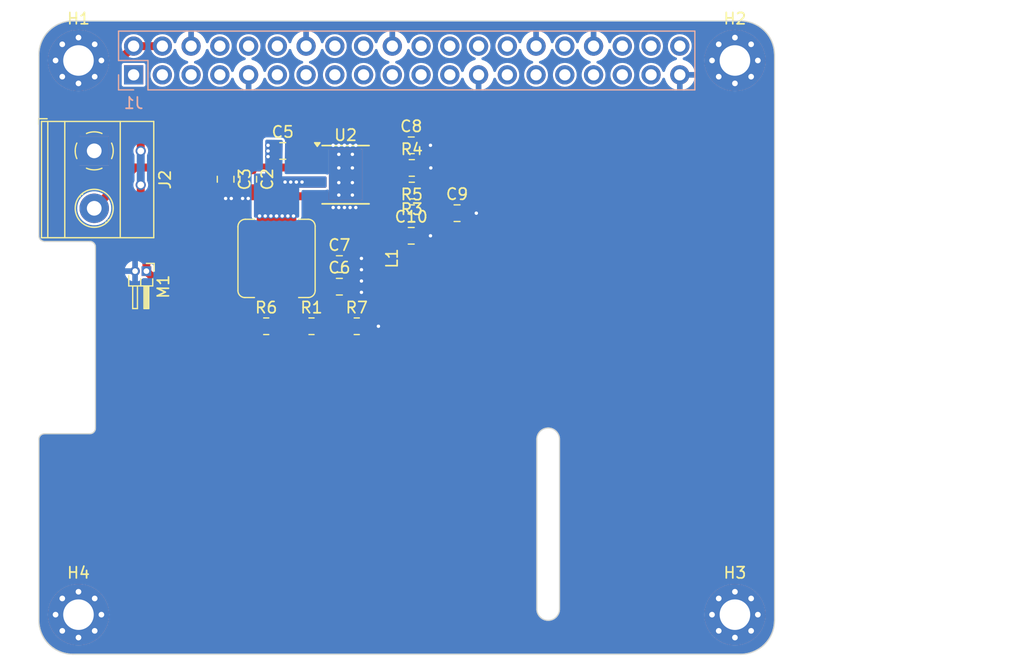
<source format=kicad_pcb>
(kicad_pcb
	(version 20240108)
	(generator "pcbnew")
	(generator_version "8.0")
	(general
		(thickness 1.6)
		(legacy_teardrops no)
	)
	(paper "A3")
	(title_block
		(date "15 nov 2012")
	)
	(layers
		(0 "F.Cu" signal)
		(31 "B.Cu" signal)
		(32 "B.Adhes" user "B.Adhesive")
		(33 "F.Adhes" user "F.Adhesive")
		(34 "B.Paste" user)
		(35 "F.Paste" user)
		(36 "B.SilkS" user "B.Silkscreen")
		(37 "F.SilkS" user "F.Silkscreen")
		(38 "B.Mask" user)
		(39 "F.Mask" user)
		(40 "Dwgs.User" user "User.Drawings")
		(41 "Cmts.User" user "User.Comments")
		(42 "Eco1.User" user "User.Eco1")
		(43 "Eco2.User" user "User.Eco2")
		(44 "Edge.Cuts" user)
		(45 "Margin" user)
		(46 "B.CrtYd" user "B.Courtyard")
		(47 "F.CrtYd" user "F.Courtyard")
		(48 "B.Fab" user)
		(49 "F.Fab" user)
		(50 "User.1" user)
		(51 "User.2" user)
		(52 "User.3" user)
		(53 "User.4" user)
		(54 "User.5" user)
		(55 "User.6" user)
		(56 "User.7" user)
		(57 "User.8" user)
		(58 "User.9" user)
	)
	(setup
		(stackup
			(layer "F.SilkS"
				(type "Top Silk Screen")
			)
			(layer "F.Paste"
				(type "Top Solder Paste")
			)
			(layer "F.Mask"
				(type "Top Solder Mask")
				(color "Green")
				(thickness 0.01)
			)
			(layer "F.Cu"
				(type "copper")
				(thickness 0.035)
			)
			(layer "dielectric 1"
				(type "core")
				(thickness 1.51)
				(material "FR4")
				(epsilon_r 4.5)
				(loss_tangent 0.02)
			)
			(layer "B.Cu"
				(type "copper")
				(thickness 0.035)
			)
			(layer "B.Mask"
				(type "Bottom Solder Mask")
				(color "Green")
				(thickness 0.01)
			)
			(layer "B.Paste"
				(type "Bottom Solder Paste")
			)
			(layer "B.SilkS"
				(type "Bottom Silk Screen")
			)
			(copper_finish "None")
			(dielectric_constraints no)
		)
		(pad_to_mask_clearance 0)
		(allow_soldermask_bridges_in_footprints no)
		(aux_axis_origin 100 100)
		(grid_origin 100 100)
		(pcbplotparams
			(layerselection 0x00010fc_ffffffff)
			(plot_on_all_layers_selection 0x0000000_00000000)
			(disableapertmacros no)
			(usegerberextensions yes)
			(usegerberattributes no)
			(usegerberadvancedattributes no)
			(creategerberjobfile no)
			(dashed_line_dash_ratio 12.000000)
			(dashed_line_gap_ratio 3.000000)
			(svgprecision 6)
			(plotframeref no)
			(viasonmask no)
			(mode 1)
			(useauxorigin no)
			(hpglpennumber 1)
			(hpglpenspeed 20)
			(hpglpendiameter 15.000000)
			(pdf_front_fp_property_popups yes)
			(pdf_back_fp_property_popups yes)
			(dxfpolygonmode yes)
			(dxfimperialunits yes)
			(dxfusepcbnewfont yes)
			(psnegative no)
			(psa4output no)
			(plotreference yes)
			(plotvalue yes)
			(plotfptext yes)
			(plotinvisibletext no)
			(sketchpadsonfab no)
			(subtractmaskfromsilk no)
			(outputformat 1)
			(mirror no)
			(drillshape 0)
			(scaleselection 1)
			(outputdirectory "out")
		)
	)
	(net 0 "")
	(net 1 "GND")
	(net 2 "/GPIO2{slash}SDA1")
	(net 3 "/GPIO3{slash}SCL1")
	(net 4 "/GPIO4{slash}GPCLK0")
	(net 5 "/GPIO14{slash}TXD0")
	(net 6 "/GPIO15{slash}RXD0")
	(net 7 "/GPIO17")
	(net 8 "/GPIO18{slash}PCM.CLK")
	(net 9 "/GPIO27")
	(net 10 "/GPIO22")
	(net 11 "/GPIO23")
	(net 12 "/GPIO24")
	(net 13 "/GPIO10{slash}SPI0.MOSI")
	(net 14 "/GPIO9{slash}SPI0.MISO")
	(net 15 "/GPIO25")
	(net 16 "/GPIO11{slash}SPI0.SCLK")
	(net 17 "/GPIO8{slash}SPI0.CE0")
	(net 18 "/GPIO7{slash}SPI0.CE1")
	(net 19 "/ID_SDA")
	(net 20 "/ID_SCL")
	(net 21 "/GPIO5")
	(net 22 "/GPIO6")
	(net 23 "/GPIO12{slash}PWM0")
	(net 24 "/GPIO13{slash}PWM1")
	(net 25 "/GPIO19{slash}PCM.FS")
	(net 26 "/GPIO16")
	(net 27 "/GPIO26")
	(net 28 "/GPIO20{slash}PCM.DIN")
	(net 29 "/GPIO21{slash}PCM.DOUT")
	(net 30 "+5V")
	(net 31 "+3V3")
	(net 32 "Net-(U2-SS)")
	(net 33 "Net-(U2-COMP)")
	(net 34 "Net-(U2-VSENSE)")
	(net 35 "Net-(U2-BOOT)")
	(net 36 "Net-(J2-Pin_2)")
	(net 37 "Net-(U2-EN)")
	(net 38 "Net-(U2-PH)")
	(net 39 "Net-(R1-Pad1)")
	(net 40 "Net-(C9-Pad1)")
	(footprint "Capacitor_SMD:C_0805_2012Metric" (layer "F.Cu") (at 136.95 61))
	(footprint "Capacitor_SMD:C_0805_2012Metric" (layer "F.Cu") (at 126.55 65.5))
	(footprint "Capacitor_SMD:C_0805_2012Metric" (layer "F.Cu") (at 116.5 58 -90))
	(footprint "Connector_PinHeader_1.00mm:PinHeader_1x02_P1.00mm_Horizontal" (layer "F.Cu") (at 109.5 66.125 -90))
	(footprint "MountingHole:MountingHole_2.7mm_Pad_Via" (layer "F.Cu") (at 161.5 96.5))
	(footprint "Capacitor_SMD:C_0805_2012Metric" (layer "F.Cu") (at 118.5 58 -90))
	(footprint "Capacitor_SMD:C_0805_2012Metric" (layer "F.Cu") (at 132.9 55))
	(footprint "Resistor_SMD:R_0805_2012Metric_Pad1.20x1.40mm_HandSolder" (layer "F.Cu") (at 132.95 59 180))
	(footprint "Resistor_SMD:R_0805_2012Metric" (layer "F.Cu") (at 128.0875 71))
	(footprint "Resistor_SMD:R_0805_2012Metric" (layer "F.Cu") (at 132.95 61))
	(footprint "Inductor_SMD:L_Bourns_SRP7028A_7.3x6.6mm" (layer "F.Cu") (at 121 65 -90))
	(footprint "Package_SO:TI_SO-PowerPAD-8_ThermalVias" (layer "F.Cu") (at 127.1 57.6))
	(footprint "Capacitor_SMD:C_0805_2012Metric" (layer "F.Cu") (at 126.55 67.5))
	(footprint "Resistor_SMD:R_0805_2012Metric" (layer "F.Cu") (at 120.0875 71))
	(footprint "Resistor_SMD:R_0805_2012Metric" (layer "F.Cu") (at 132.95 57))
	(footprint "MountingHole:MountingHole_2.7mm_Pad_Via" (layer "F.Cu") (at 103.5 47.5))
	(footprint "MountingHole:MountingHole_2.7mm_Pad_Via" (layer "F.Cu") (at 103.5 96.5))
	(footprint "Capacitor_SMD:C_0805_2012Metric" (layer "F.Cu") (at 132.9 63))
	(footprint "MountingHole:MountingHole_2.7mm_Pad_Via" (layer "F.Cu") (at 161.5 47.5))
	(footprint "TerminalBlock_Phoenix:TerminalBlock_Phoenix_MKDS-1,5-2-5.08_1x02_P5.08mm_Horizontal" (layer "F.Cu") (at 104.89 55.49 -90))
	(footprint "Capacitor_SMD:C_0805_2012Metric" (layer "F.Cu") (at 121.55 55.5))
	(footprint "Resistor_SMD:R_0805_2012Metric" (layer "F.Cu") (at 124.0875 71))
	(footprint "Connector_PinSocket_2.54mm:PinSocket_2x20_P2.54mm_Vertical" (layer "B.Cu") (at 108.37 48.77 -90))
	(gr_rect
		(start 166 81.825)
		(end 187 97.675)
		(locked yes)
		(stroke
			(width 0.1)
			(type solid)
		)
		(fill none)
		(layer "Dwgs.User")
		(uuid "0361f1e7-3200-462a-a139-1890cc8ecc5d")
	)
	(gr_line
		(start 165 47)
		(end 165 46.5)
		(stroke
			(width 0.1)
			(type solid)
		)
		(layer "Dwgs.User")
		(uuid "1c827ef1-a4b7-41e6-9843-2391dad87159")
	)
	(gr_rect
		(start 169.9 64.45)
		(end 187 77.55)
		(locked yes)
		(stroke
			(width 0.1)
			(type solid)
		)
		(fill none)
		(layer "Dwgs.User")
		(uuid "29df31ed-bd0f-485f-bd0e-edc97e11b54b")
	)
	(gr_line
		(start 100 47)
		(end 100 46.5)
		(stroke
			(width 0.1)
			(type solid)
		)
		(layer "Dwgs.User")
		(uuid "5003d121-afa9-4506-b1cb-3d24d05e3522")
	)
	(gr_rect
		(start 169.9 46.355925)
		(end 187 59.455925)
		(locked yes)
		(stroke
			(width 0.1)
			(type solid)
		)
		(fill none)
		(layer "Dwgs.User")
		(uuid "55c2b75d-5e45-4a08-ab83-0bcdd5f03b6a")
	)
	(gr_arc
		(start 100.5 63.5)
		(mid 100.146447 63.353553)
		(end 100 63)
		(stroke
			(width 0.1)
			(type solid)
		)
		(layer "Edge.Cuts")
		(uuid "1cbbeb2e-83bf-40c4-9181-345b5ff6244b")
	)
	(gr_arc
		(start 162 44)
		(mid 164.12132 44.87868)
		(end 165 47)
		(stroke
			(width 0.1)
			(type solid)
		)
		(layer "Edge.Cuts")
		(uuid "22a2f42c-876a-42fd-9fcb-c4fcc64c52f2")
	)
	(gr_line
		(start 165 97)
		(end 165 47)
		(stroke
			(width 0.1)
			(type solid)
		)
		(layer "Edge.Cuts")
		(uuid "28e9ec81-3c9e-45e1-be06-2c4bf6e056f0")
	)
	(gr_line
		(start 100 47)
		(end 100 63)
		(stroke
			(width 0.1)
			(type solid)
		)
		(layer "Edge.Cuts")
		(uuid "37914bed-263c-4116-a3f8-80eebeda652f")
	)
	(gr_line
		(start 146 81)
		(end 146 96)
		(stroke
			(width 0.1)
			(type solid)
		)
		(layer "Edge.Cuts")
		(uuid "79c07597-5ab9-4d26-b4b3-a70ae9dcd11d")
	)
	(gr_line
		(start 144 96)
		(end 144 81)
		(stroke
			(width 0.1)
			(type solid)
		)
		(layer "Edge.Cuts")
		(uuid "81e492f6-268f-4ce2-bb45-32834e67e85b")
	)
	(gr_arc
		(start 103 100)
		(mid 100.87868 99.12132)
		(end 100 97)
		(stroke
			(width 0.1)
			(type solid)
		)
		(layer "Edge.Cuts")
		(uuid "8472a348-457a-4fa7-a2e1-f3c62839464b")
	)
	(gr_line
		(start 103 100)
		(end 162 100)
		(stroke
			(width 0.1)
			(type solid)
		)
		(layer "Edge.Cuts")
		(uuid "8a7173fa-a5b9-4168-a27e-ca55f1177d0d")
	)
	(gr_line
		(start 104.5 80.5)
		(end 100.5 80.5)
		(stroke
			(width 0.1)
			(type solid)
		)
		(layer "Edge.Cuts")
		(uuid "97ae713b-7d2d-4a60-bcd9-2dd4b368aa15")
	)
	(gr_arc
		(start 144 81)
		(mid 145 80)
		(end 146 81)
		(stroke
			(width 0.1)
			(type solid)
		)
		(layer "Edge.Cuts")
		(uuid "b6c3db4f-e418-4da3-aef6-5010435bcf13")
	)
	(gr_arc
		(start 100 81)
		(mid 100.146138 80.646755)
		(end 100.499127 80.500001)
		(stroke
			(width 0.1)
			(type solid)
		)
		(layer "Edge.Cuts")
		(uuid "c389f2b1-4f48-4b83-bc49-b9c848c13388")
	)
	(gr_arc
		(start 165 97)
		(mid 164.12132 99.12132)
		(end 162 100)
		(stroke
			(width 0.1)
			(type solid)
		)
		(layer "Edge.Cuts")
		(uuid "c7b345f0-09d6-40ac-8b3c-c73de04b41ce")
	)
	(gr_line
		(start 105 64)
		(end 105 80)
		(stroke
			(width 0.1)
			(type solid)
		)
		(layer "Edge.Cuts")
		(uuid "ca58cd03-72f8-4aa1-9c49-e57771516d3b")
	)
	(gr_arc
		(start 100 47)
		(mid 100.87868 44.87868)
		(end 103 44)
		(stroke
			(width 0.1)
			(type solid)
		)
		(layer "Edge.Cuts")
		(uuid "ccd65f21-b02e-4d31-b8df-11f6ca2d4d24")
	)
	(gr_arc
		(start 146 96)
		(mid 145 97)
		(end 144 96)
		(stroke
			(width 0.1)
			(type solid)
		)
		(layer "Edge.Cuts")
		(uuid "d4c39290-1388-499e-abdc-d2c7dce5190a")
	)
	(gr_line
		(start 100 81)
		(end 100 97)
		(stroke
			(width 0.1)
			(type solid)
		)
		(layer "Edge.Cuts")
		(uuid "e7760343-1bc1-4276-98d8-48a16a705580")
	)
	(gr_line
		(start 100.5 63.5)
		(end 104.5 63.5)
		(stroke
			(width 0.1)
			(type solid)
		)
		(layer "Edge.Cuts")
		(uuid "e8b6e282-1f54-4aa1-a0f2-cc1b0a55c7aa")
	)
	(gr_arc
		(start 105 80)
		(mid 104.853553 80.353553)
		(end 104.5 80.5)
		(stroke
			(width 0.1)
			(type solid)
		)
		(layer "Edge.Cuts")
		(uuid "f07b6ce9-d2eb-486d-bee9-15304e35501c")
	)
	(gr_arc
		(start 104.5 63.5)
		(mid 104.853553 63.646447)
		(end 105 64)
		(stroke
			(width 0.1)
			(type solid)
		)
		(layer "Edge.Cuts")
		(uuid "f78d019e-cf6e-46b1-83f8-3ba515696edd")
	)
	(gr_line
		(start 162 44)
		(end 103 44)
		(stroke
			(width 0.1)
			(type solid)
		)
		(layer "Edge.Cuts")
		(uuid "fca60233-ea1e-489e-a685-c8fb6788f150")
	)
	(gr_text "USB"
		(at 177.724 71.552 0)
		(layer "Dwgs.User")
		(uuid "00000000-0000-0000-0000-0000580cbbe9")
		(effects
			(font
				(size 2 2)
				(thickness 0.15)
			)
		)
	)
	(gr_text "RJ45"
		(at 176.2 89.84 0)
		(layer "Dwgs.User")
		(uuid "00000000-0000-0000-0000-0000580cbbeb")
		(effects
			(font
				(size 2 2)
				(thickness 0.15)
			)
		)
	)
	(gr_text "DISPLAY (OPTIONAL)"
		(at 102.5 72 90)
		(layer "Dwgs.User")
		(uuid "00000000-0000-0000-0000-0000580cbbff")
		(effects
			(font
				(size 1 1)
				(thickness 0.15)
			)
		)
	)
	(gr_text "CAMERA (OPTIONAL)"
		(at 145 88.5 90)
		(layer "Dwgs.User")
		(uuid "1811fd1a-b55e-4d16-931d-f9ec6a9e16f7")
		(effects
			(font
				(size 1 1)
				(thickness 0.15)
			)
		)
	)
	(gr_text "USB"
		(at 178.232 52.248 0)
		(layer "Dwgs.User")
		(uuid "3b108586-2520-4867-9c38-7334a1000bb5")
		(effects
			(font
				(size 2 2)
				(thickness 0.15)
			)
		)
	)
	(gr_text "PoE"
		(at 161.5 53.64 0)
		(layer "Dwgs.User")
		(uuid "6528a76f-b7a7-4621-952f-d7da1058963a")
		(effects
			(font
				(size 1 1)
				(thickness 0.15)
			)
		)
	)
	(segment
		(start 130 71)
		(end 129 71)
		(width 0.2)
		(layer "F.Cu")
		(net 1)
		(uuid "281efc35-0fd2-4022-86c5-2d67dde9095d")
	)
	(segment
		(start 126.395 59.505)
		(end 126.5 59.4)
		(width 0.7)
		(layer "F.Cu")
		(net 1)
		(uuid "3e49fea6-81c9-49be-b78b-a9c31c570a74")
	)
	(segment
		(start 137.9 61)
		(end 138.65 61)
		(width 0.2)
		(layer "F.Cu")
		(net 1)
		(uuid "5ea6c3d1-38c4-4cdb-9423-94ac4e31b064")
	)
	(segment
		(start 134.6 55)
		(end 133.85 55)
		(width 0.2)
		(layer "F.Cu")
		(net 1)
		(uuid "67f9d79c-072b-48e1-b9d8-7f280c78887b")
	)
	(segment
		(start 134.6 63)
		(end 133.85 63)
		(width 0.2)
		(layer "F.Cu")
		(net 1)
		(uuid "735c4094-6b3d-4e6a-afa9-a92c05ac7d52")
	)
	(segment
		(start 124.4 59.505)
		(end 116.505 59.505)
		(width 0.7)
		(layer "F.Cu")
		(net 1)
		(uuid "96725bb3-8557-4e62-a232-0aa62a4b9233")
	)
	(segment
		(start 134.63 57)
		(end 133.8625 57)
		(width 0.2)
		(layer "F.Cu")
		(net 1)
		(uuid "a75f076e-bad8-4a0f-8684-d5245b162967")
	)
	(segment
		(start 124.4 59.505)
		(end 126.395 59.505)
		(width 0.7)
		(layer "F.Cu")
		(net 1)
		(uuid "cdc2c5cf-6bd8-4fd5-82b5-68873a5621e1")
	)
	(segment
		(start 116.505 59.505)
		(end 116.5 59.5)
		(width 0.7)
		(layer "F.Cu")
		(net 1)
		(uuid "da6e0b8c-0227-471a-b4c5-ff5a84d92c9c")
	)
	(via
		(at 117 59.7)
		(size 0.5)
		(drill 0.3)
		(layers "F.Cu" "B.Cu")
		(net 1)
		(uuid "2377a015-c5e4-4c1b-894c-9e37817f3dcc")
	)
	(via
		(at 126.5 60.5)
		(size 0.5)
		(drill 0.3)
		(layers "F.Cu" "B.Cu")
		(net 1)
		(uuid "2c6426c8-6271-4f6c-af1a-8a2065ebbf74")
	)
	(via
		(at 128 60.5)
		(size 0.5)
		(drill 0.3)
		(layers "F.Cu" "B.Cu")
		(net 1)
		(uuid "3a64a9db-82ea-4cac-84ab-f1ee7e40f53d")
	)
	(via
		(at 118 59.7)
		(size 0.5)
		(drill 0.3)
		(layers "F.Cu" "B.Cu")
		(net 1)
		(uuid "3b1e4f56-9a3c-42bd-953b-d7cf265956fd")
	)
	(via
		(at 127 55)
		(size 0.5)
		(drill 0.3)
		(layers "F.Cu" "B.Cu")
		(net 1)
		(uuid "3e978950-4267-4855-9b03-94ba5ac0c555")
	)
	(via
		(at 128 55)
		(size 0.5)
		(drill 0.3)
		(layers "F.Cu" "B.Cu")
		(net 1)
		(uuid "3f7f0bba-d54e-448c-ac18-feee9003d982")
	)
	(via
		(at 138.65 61)
		(size 0.5)
		(drill 0.3)
		(layers "F.Cu" "B.Cu")
		(net 1)
		(uuid "532250ba-d75f-4dc3-904a-068499d1ad69")
	)
	(via
		(at 116.5 59.7)
		(size 0.5)
		(drill 0.3)
		(layers "F.Cu" "B.Cu")
		(net 1)
		(uuid "5628e66d-419c-40e8-b36a-ebd89ddb3f0c")
	)
	(via
		(at 126 55)
		(size 0.5)
		(drill 0.3)
		(layers "F.Cu" "B.Cu")
		(net 1)
		(uuid "6f397057-958b-4963-aa02-a68301edf74e")
	)
	(via
		(at 127 60.5)
		(size 0.5)
		(drill 0.3)
		(layers "F.Cu" "B.Cu")
		(net 1)
		(uuid "78b20a62-6a2a-4e4a-8b19-539a857d6606")
	)
	(via
		(at 134.6 63)
		(size 0.5)
		(drill 0.3)
		(layers "F.Cu" "B.Cu")
		(net 1)
		(uuid "809f7198-c353-4ed0-8b2a-20448126266f")
	)
	(via
		(at 127.5 55)
		(size 0.5)
		(drill 0.3)
		(layers "F.Cu" "B.Cu")
		(net 1)
		(uuid "810dd8af-4dea-4b2c-964c-a445e030a5bd")
	)
	(via
		(at 126 60.5)
		(size 0.5)
		(drill 0.3)
		(layers "F.Cu" "B.Cu")
		(net 1)
		(uuid "88ec7c52-e61e-4bd0-90ca-133ccf7f6f6f")
	)
	(via
		(at 128.5 68)
		(size 0.5)
		(drill 0.3)
		(layers "F.Cu" "B.Cu")
		(net 1)
		(uuid "8f35fce6-d6aa-4308-af6b-b602b97c4d37")
	)
	(via
		(at 118.5 59.7)
		(size 0.5)
		(drill 0.3)
		(layers "F.Cu" "B.Cu")
		(net 1)
		(uuid "a32f1432-3389-4865-b27b-2102a2ecc351")
	)
	(via
		(at 134.63 57)
		(size 0.5)
		(drill 0.3)
		(layers "F.Cu" "B.Cu")
		(net 1)
		(uuid "a485b64d-f479-425c-9838-df03a553415c")
	)
	(via
		(at 128.5 65)
		(size 0.5)
		(drill 0.3)
		(layers "F.Cu" "B.Cu")
		(net 1)
		(uuid "af747432-e2fe-4cf9-b502-90d5433bb14e")
	)
	(via
		(at 130 71)
		(size 0.5)
		(drill 0.3)
		(layers "F.Cu" "B.Cu")
		(net 1)
		(uuid "b30037c8-ca47-4304-a1b1-e604c0fd5239")
	)
	(via
		(at 127.5 60.5)
		(size 0.5)
		(drill 0.3)
		(layers "F.Cu" "B.Cu")
		(net 1)
		(uuid "b878b724-3083-4f12-94a9-a1ba83662bff")
	)
	(via
		(at 128.5 66)
		(size 0.5)
		(drill 0.3)
		(layers "F.Cu" "B.Cu")
		(net 1)
		(uuid "dfd30fd7-65fd-4be6-9062-1d92d733b159")
	)
	(via
		(at 134.6 55)
		(size 0.5)
		(drill 0.3)
		(layers "F.Cu" "B.Cu")
		(net 1)
		(uuid "e1cb3f30-8cc9-4785-925c-bdfcd1509b30")
	)
	(via
		(at 126.5 55)
		(size 0.5)
		(drill 0.3)
		(layers "F.Cu" "B.Cu")
		(net 1)
		(uuid "ef390930-9861-4ac5-a905-2fdad2161904")
	)
	(via
		(at 128.5 67)
		(size 0.5)
		(drill 0.3)
		(layers "F.Cu" "B.Cu")
		(net 1)
		(uuid "f8a86b01-3d9c-42fd-8ea5-2ec3f990cba4")
	)
	(segment
		(start 111.1 67.725)
		(end 109.5 66.125)
		(width 0.7)
		(layer "F.Cu")
		(net 30)
		(uuid "1cc6fde0-3a03-4413-a929-1a320fe2b130")
	)
	(segment
		(start 106.75 47.85)
		(end 106.75 50.75)
		(width 0.7)
		(layer "F.Cu")
		(net 30)
		(uuid "28f99762-545e-47ab-a711-0d5c536ba7cf")
	)
	(segment
		(start 119.175 71)
		(end 119.175 70.075)
		(width 0.2)
		(layer "F.Cu")
		(net 30)
		(uuid "2fc3cf07-6f50-491b-a771-e6ac5eaafe1d")
	)
	(segment
		(start 109 53)
		(end 109 55.5)
		(width 0.7)
		(layer "F.Cu")
		(net 30)
		(uuid "39c4c76c-b0a9-45c3-992c-e894dc0997c7")
	)
	(segment
		(start 108.37 46.23)
		(end 106.75 47.85)
		(width 0.7)
		(layer "F.Cu")
		(net 30)
		(uuid "43ef079a-3ab3-4484-a283-135af13f6cc4")
	)
	(segment
		(start 109.5 64)
		(end 109.5 66.125)
		(width 0.7)
		(layer "F.Cu")
		(net 30)
		(uuid "5c9292d5-2b1e-41ad-a4be-f8ece4f71721")
	)
	(segment
		(start 109 58.5)
		(end 109 63.5)
		(width 0.7)
		(layer "F.Cu")
		(net 30)
		(uuid "64a7e313-c529-4713-a7ed-19a0613bac91")
	)
	(segment
		(start 110.91 46.23)
		(end 108.37 46.23)
		(width 0.7)
		(layer "F.Cu")
		(net 30)
		(uuid "73063504-1bb5-4eb1-87e4-098636eb59b8")
	)
	(segment
		(start 121 67.725)
		(end 111.1 67.725)
		(width 0.7)
		(layer "F.Cu")
		(net 30)
		(uuid "7b345350-dedb-4356-8584-956d7d816027")
	)
	(segment
		(start 121 68.25)
		(end 121 67.725)
		(width 0.2)
		(layer "F.Cu")
		(net 30)
		(uuid "7f427bde-0bf5-4d3a-9835-d0d04f55400d")
	)
	(segment
		(start 106.75 50.75)
		(end 109 53)
		(width 0.7)
		(layer "F.Cu")
		(net 30)
		(uuid "821da5e6-94cf-40f2-9dac-5ebed91d8f62")
	)
	(segment
		(start 119.175 70.075)
		(end 121 68.25)
		(width 0.2)
		(layer "F.Cu")
		(net 30)
		(uuid "c2234d28-a4d4-4355-9804-6d3e83604731")
	)
	(segment
		(start 109 63.5)
		(end 109.5 64)
		(width 0.7)
		(layer "F.Cu")
		(net 30)
		(uuid "e04ce248-1ce1-4b9b-96d6-4345cf1d891a")
	)
	(via
		(at 109 58.5)
		(size 0.9)
		(drill 0.6)
		(layers "F.Cu" "B.Cu")
		(net 30)
		(uuid "86491643-c990-4ce9-871e-ff6fb50d2dfd")
	)
	(via
		(at 109 55.5)
		(size 0.9)
		(drill 0.6)
		(layers "F.Cu" "B.Cu")
		(net 30)
		(uuid "ad1c73c1-0bfc-4b91-9a3c-f03b6c79d212")
	)
	(segment
		(start 109 55.5)
		(end 109 58.5)
		(width 0.7)
		(layer "B.Cu")
		(net 30)
		(uuid "12db587a-8df5-4d42-b052-c21bfd93a6b5")
	)
	(segment
		(start 129.8 55.695)
		(end 131.255 55.695)
		(width 0.2)
		(layer "F.Cu")
		(net 32)
		(uuid "20ae80e3-55c9-4a1d-a622-0ce7ecdde1a4")
	)
	(segment
		(start 131.255 55.695)
		(end 131.95 55)
		(width 0.2)
		(layer "F.Cu")
		(net 32)
		(uuid "7644a93d-d6c9-461f-8ed8-50e77cac39cf")
	)
	(segment
		(start 131.05 60.0125)
		(end 132.0375 61)
		(width 0.2)
		(layer "F.Cu")
		(net 33)
		(uuid "132a7dd1-0dfe-4efb-a888-89e5b4b5dd2c")
	)
	(segment
		(start 130.205 58.235)
		(end 131.05 59.08)
		(width 0.2)
		(layer "F.Cu")
		(net 33)
		(uuid "1edd71fc-022f-45ec-944f-da4fcee8ed66")
	)
	(segment
		(start 132.0375 61)
		(end 132.0375 62.9125)
		(width 0.2)
		(layer "F.Cu")
		(net 33)
		(uuid "348e6003-b07a-4c3b-8aeb-5c2051040cb6")
	)
	(segment
		(start 129.8 58.235)
		(end 130.205 58.235)
		(width 0.2)
		(layer "F.Cu")
		(net 33)
		(uuid "4475779e-7c3c-412b-9a7d-b4ec3bf323c7")
	)
	(segment
		(start 132.0375 62.9125)
		(end 131.95 63)
		(width 0.2)
		(layer "F.Cu")
		(net 33)
		(uuid "6a6c2bf4-0315-4772-a514-cfa5fa992e22")
	)
	(segment
		(start 131.05 59.08)
		(end 131.05 60.0125)
		(width 0.2)
		(layer "F.Cu")
		(net 33)
		(uuid "e32e50c5-8313-4fa7-a4bf-ce6f01b7cf67")
	)
	(segment
		(start 129.8 59.505)
		(end 129.8 68.375)
		(width 0.2)
		(layer "F.Cu")
		(net 34)
		(uuid "90f60171-138b-4cf7-972c-4c299373ee4a")
	)
	(segment
		(start 129.8 68.375)
		(end 127.175 71)
		(width 0.2)
		(layer "F.Cu")
		(net 34)
		(uuid "faa6eae4-2829-4ea5-9b4c-8a7dc417f571")
	)
	(segment
		(start 127.175 71)
		(end 125 71)
		(width 0.2)
		(layer "F.Cu")
		(net 34)
		(uuid "fc54930e-34e4-4628-899e-7de281b3b528")
	)
	(segment
		(start 124.4 55.695)
		(end 122.695 55.695)
		(width 0.2)
		(layer "F.Cu")
		(net 35)
		(uuid "5b185384-d2b4-45dd-bb05-dbac7f5bb50c")
	)
	(segment
		(start 122.695 55.695)
		(end 122.5 55.5)
		(width 0.2)
		(layer "F.Cu")
		(net 35)
		(uuid "65da23cb-18c3-4ec1-aa0d-773f418e1bc2")
	)
	(segment
		(start 119.5 53.5)
		(end 119 54)
		(width 0.2)
		(layer "F.Cu")
		(net 36)
		(uuid "108fbb58-5621-48ee-9864-989c5c34a4f2")
	)
	(segment
		(start 134.5 59)
		(end 135.5 58)
		(width 0.2)
		(layer "F.Cu")
		(net 36)
		(uuid "2aca19dd-c566-4986-b542-41c15e5751e6")
	)
	(segment
		(start 124.4 56.965)
		(end 108.495 56.965)
		(width 0.7)
		(layer "F.Cu")
		(net 36)
		(uuid "313c898f-8f0b-4fc4-b4d1-c4334b7c4712")
	)
	(segment
		(start 119 56.55)
		(end 118.5 57.05)
		(width 0.2)
		(layer "F.Cu")
		(net 36)
		(uuid "33b7ebee-5af6-4f76-85c5-17fa3b25666e")
	)
	(segment
		(start 135.5 54)
		(end 135 53.5)
		(width 0.2)
		(layer "F.Cu")
		(net 36)
		(uuid "43c3515e-b6f4-4f8c-8ce9-fe9caeaaed37")
	)
	(segment
		(start 108.495 56.965)
		(end 104.89 60.57)
		(width 0.7)
		(layer "F.Cu")
		(net 36)
		(uuid "561003c5-f113-4821-afa8-ef006928c550")
	)
	(segment
		(start 135.5 58)
		(end 135.5 54)
		(width 0.2)
		(layer "F.Cu")
		(net 36)
		(uuid "7a58af98-3a78-41fe-a882-d818020b01a2")
	)
	(segment
		(start 133.95 59)
		(end 134.5 59)
		(width 0.2)
		(layer "F.Cu")
		(net 36)
		(uuid "c0dd4295-b578-4d43-acaa-0f36284cb74f")
	)
	(segment
		(start 135 53.5)
		(end 119.5 53.5)
		(width 0.2)
		(layer "F.Cu")
		(net 36)
		(uuid "c3ed78b2-f58d-41ce-adf4-3d0675524440")
	)
	(segment
		(start 119 54)
		(end 119 56.55)
		(width 0.2)
		(layer "F.Cu")
		(net 36)
		(uuid "ddff7fe0-f46f-4a6f-8b03-71d5a3a92eec")
	)
	(segment
		(start 132.0375 57)
		(end 129.835 57)
		(width 0.2)
		(layer "F.Cu")
		(net 37)
		(uuid "26641016-9b70-43ef-9f9c-58e20cdce49a")
	)
	(segment
		(start 131.95 59)
		(end 131.95 57.0875)
		(width 0.2)
		(layer "F.Cu")
		(net 37)
		(uuid "4a6102d1-d546-45ce-956d-46fb974d4438")
	)
	(segment
		(start 129.835 57)
		(end 129.8 56.965)
		(width 0.2)
		(layer "F.Cu")
		(net 37)
		(uuid "534ccf88-8ab5-45e6-a29f-f647b9ccb760")
	)
	(segment
		(start 131.95 57.0875)
		(end 132.0375 57)
		(width 0.2)
		(layer "F.Cu")
		(net 37)
		(uuid "f8e27d69-1637-4497-af95-6950be072566")
	)
	(via
		(at 119.5 61.25)
		(size 0.5)
		(drill 0.3)
		(layers "F.Cu" "B.Cu")
		(net 38)
		(uuid "14befd8d-8f3e-4f45-916f-bd57a0472a7a")
	)
	(via
		(at 120.5 61.25)
		(size 0.5)
		(drill 0.3)
		(layers "F.Cu" "B.Cu")
		(net 38)
		(uuid "21190211-4fde-497c-888f-33bdbfecde79")
	)
	(via
		(at 120.25 56)
		(size 0.5)
		(drill 0.3)
		(layers "F.Cu" "B.Cu")
		(net 38)
		(uuid "342e4622-f501-4c74-a79b-20815a1b3dbb")
	)
	(via
		(at 122.75 58.25)
		(size 0.5)
		(drill 0.3)
		(layers "F.Cu" "B.Cu")
		(net 38)
		(uuid "40803d92-0452-4fba-80e3-509714974ab4")
	)
	(via
		(at 122.25 58.25)
		(size 0.5)
		(drill 0.3)
		(layers "F.Cu" "B.Cu")
		(net 38)
		(uuid "44b99f72-b741-4190-ad7d-8bdd5d42b761")
	)
	(via
		(at 121 61.25)
		(size 0.5)
		(drill 0.3)
		(layers "F.Cu" "B.Cu")
		(net 38)
		(uuid "604a627d-cebf-4ed5-bd1e-992040b3995f")
	)
	(via
		(at 120 61.25)
		(size 0.5)
		(drill 0.3)
		(layers "F.Cu" "B.Cu")
		(net 38)
		(uuid "a8a3a2e3-2f58-4c4b-8718-9330d9272225")
	)
	(via
		(at 122 61.25)
		(size 0.5)
		(drill 0.3)
		(layers "F.Cu" "B.Cu")
		(net 38)
		(uuid "c5527791-b82b-4178-a7ed-ad39f04f0e27")
	)
	(via
		(at 121.5 61.25)
		(size 0.5)
		(drill 0.3)
		(layers "F.Cu" "B.Cu")
		(net 38)
		(uuid "cb800feb-1f1b-4c63-b1be-4c7b6e5fbea2")
	)
	(via
		(at 120.25 55)
		(size 0.5)
		(drill 0.3)
		(layers "F.Cu" "B.Cu")
		(net 38)
		(uuid "d1d23687-34ba-49f4-a84c-915264b9f56a")
	)
	(via
		(at 120.25 55.5)
		(size 0.5)
		(drill 0.3)
		(layers "F.Cu" "B.Cu")
		(net 38)
		(uuid "d830fae1-8ac7-413b-a7f7-7f04ac300cba")
	)
	(via
		(at 122.5 61.25)
		(size 0.5)
		(drill 0.3)
		(layers "F.Cu" "B.Cu")
		(net 38)
		(uuid "ea3db0d5-044a-4591-b08c-2de6bc96965a")
	)
	(via
		(at 121.75 58.25)
		(size 0.5)
		(drill 0.3)
		(layers "F.Cu" "B.Cu")
		(net 38)
		(uuid "f71c925a-61f0-4eff-bae7-fe435d1b44d0")
	)
	(via
		(at 123.25 58.25)
		(size 0.5)
		(drill 0.3)
		(layers "F.Cu" "B.Cu")
		(net 38)
		(uuid "f8db6338-8480-4e21-a0ea-271af455ff7d")
	)
	(segment
		(start 123.175 71)
		(end 121 71)
		(width 0.2)
		(layer "F.Cu")
		(net 39)
		(uuid "3492ef78-6d09-4ddb-916c-7aaf166517c7")
	)
	(segment
		(start 133.8625 61)
		(end 136 61)
		(width 0.2)
		(layer "F.Cu")
		(net 40)
		(uuid "5c34565f-e7dd-4d6f-9878-20116d83deed")
	)
	(zone
		(net 30)
		(net_name "+5V")
		(layer "F.Cu")
		(uuid "02f1671f-c674-4370-a8f3-24c4745cda30")
		(hatch edge 0.5)
		(priority 3)
		(connect_pads no
			(clearance 0)
		)
		(min_thickness 0.25)
		(filled_areas_thickness no)
		(fill yes
			(thermal_gap 0.5)
			(thermal_bridge_width 0.5)
			(island_removal_mode 1)
			(island_area_min 10)
		)
		(polygon
			(pts
				(xy 126 64.5) (xy 126 69.5) (xy 119 69.5) (xy 119 64.5)
			)
		)
		(filled_polygon
			(layer "F.Cu")
			(pts
				(xy 125.943039 64.519685) (xy 125.988794 64.572489) (xy 126 64.624) (xy 126 64.651) (xy 125.980315 64.718039)
				(xy 125.927511 64.763794) (xy 125.876 64.775) (xy 125.325373 64.775) (xy 125.252459 64.789503) (xy 125.252455 64.789505)
				(xy 125.16976 64.84476) (xy 125.114505 64.927455) (xy 125.114503 64.927459) (xy 125.1 65.000371)
				(xy 125.1 65.999628) (xy 125.114503 66.07254) (xy 125.114505 66.072544) (xy 125.16976 66.155239)
				(xy 125.252455 66.210494) (xy 125.252459 66.210496) (xy 125.325371 66.224999) (xy 125.325374 66.225)
				(xy 125.876 66.225) (xy 125.943039 66.244685) (xy 125.988794 66.297489) (xy 126 66.349) (xy 126 66.651)
				(xy 125.980315 66.718039) (xy 125.927511 66.763794) (xy 125.876 66.775) (xy 125.325373 66.775) (xy 125.252459 66.789503)
				(xy 125.252455 66.789505) (xy 125.16976 66.84476) (xy 125.114505 66.927455) (xy 125.114503 66.927459)
				(xy 125.1 67.000371) (xy 125.1 67.999628) (xy 125.114503 68.07254) (xy 125.114505 68.072544) (xy 125.16976 68.155239)
				(xy 125.252455 68.210494) (xy 125.252459 68.210496) (xy 125.325371 68.224999) (xy 125.325374 68.225)
				(xy 125.876 68.225) (xy 125.943039 68.244685) (xy 125.988794 68.297489) (xy 126 68.349) (xy 126 69.376)
				(xy 125.980315 69.443039) (xy 125.927511 69.488794) (xy 125.876 69.5) (xy 119.124 69.5) (xy 119.056961 69.480315)
				(xy 119.011206 69.427511) (xy 119 69.376) (xy 119 69.2) (xy 119.25 69.2) (xy 122.75 69.2) (xy 122.75 66.25)
				(xy 119.25 66.25) (xy 119.25 69.2) (xy 119 69.2) (xy 119 64.624) (xy 119.019685 64.556961) (xy 119.072489 64.511206)
				(xy 119.124 64.5) (xy 125.876 64.5)
			)
		)
	)
	(zone
		(net 1)
		(net_name "GND")
		(layer "F.Cu")
		(uuid "283db634-0d9f-4a02-8d11-906a72037007")
		(hatch edge 0.5)
		(priority 2)
		(connect_pads no
			(clearance 0)
		)
		(min_thickness 0.25)
		(filled_areas_thickness no)
		(fill yes
			(thermal_gap 0.5)
			(thermal_bridge_width 0.5)
			(island_removal_mode 1)
			(island_area_min 10)
		)
		(polygon
			(pts
				(xy 126.5 64) (xy 126.5 69) (xy 128.5 69) (xy 128.5 64)
			)
		)
		(filled_polygon
			(layer "F.Cu")
			(pts
				(xy 128.5 68.876) (xy 128.480315 68.943039) (xy 128.427511 68.988794) (xy 128.376 69) (xy 126.624 69)
				(xy 126.556961 68.980315) (xy 126.511206 68.927511) (xy 126.5 68.876) (xy 126.5 67.000371) (xy 127 67.000371)
				(xy 127 67.999628) (xy 127.014503 68.07254) (xy 127.014505 68.072544) (xy 127.06976 68.155239) (xy 127.152455 68.210494)
				(xy 127.152459 68.210496) (xy 127.225371 68.224999) (xy 127.225374 68.225) (xy 127.774626 68.225)
				(xy 127.774628 68.224999) (xy 127.84754 68.210496) (xy 127.847544 68.210494) (xy 127.930239 68.155239)
				(xy 127.985494 68.072544) (xy 127.985496 68.07254) (xy 127.999999 67.999628) (xy 128 67.999626)
				(xy 128 67.000373) (xy 127.999999 67.000371) (xy 127.985496 66.927459) (xy 127.985494 66.927455)
				(xy 127.930239 66.84476) (xy 127.847544 66.789505) (xy 127.84754 66.789503) (xy 127.774627 66.775)
				(xy 127.225373 66.775) (xy 127.152459 66.789503) (xy 127.152455 66.789505) (xy 127.06976 66.84476)
				(xy 127.014505 66.927455) (xy 127.014503 66.927459) (xy 127 67.000371) (xy 126.5 67.000371) (xy 126.5 65.000371)
				(xy 127 65.000371) (xy 127 65.999628) (xy 127.014503 66.07254) (xy 127.014505 66.072544) (xy 127.06976 66.155239)
				(xy 127.152455 66.210494) (xy 127.152459 66.210496) (xy 127.225371 66.224999) (xy 127.225374 66.225)
				(xy 127.774626 66.225) (xy 127.774628 66.224999) (xy 127.84754 66.210496) (xy 127.847544 66.210494)
				(xy 127.930239 66.155239) (xy 127.985494 66.072544) (xy 127.985496 66.07254) (xy 127.999999 65.999628)
				(xy 128 65.999626) (xy 128 65.000373) (xy 127.999999 65.000371) (xy 127.985496 64.927459) (xy 127.985494 64.927455)
				(xy 127.930239 64.84476) (xy 127.847544 64.789505) (xy 127.84754 64.789503) (xy 127.774627 64.775)
				(xy 127.225373 64.775) (xy 127.152459 64.789503) (xy 127.152455 64.789505) (xy 127.06976 64.84476)
				(xy 127.014505 64.927455) (xy 127.014503 64.927459) (xy 127 65.000371) (xy 126.5 65.000371) (xy 126.5 64)
				(xy 128.5 64)
			)
		)
	)
	(zone
		(net 38)
		(net_name "Net-(U2-PH)")
		(layer "F.Cu")
		(uuid "53c49d8c-b798-40d1-80c2-9923e4803559")
		(hatch edge 0.5)
		(priority 5)
		(connect_pads
			(clearance 0)
		)
		(min_thickness 0.25)
		(filled_areas_thickness no)
		(fill yes
			(thermal_gap 0.5)
			(thermal_bridge_width 0.5)
			(island_removal_mode 1)
			(island_area_min 10)
		)
		(polygon
			(pts
				(xy 125.5 57.75) (xy 125.5 58.75) (xy 121.5 58.75) (xy 121.5 57.75)
			)
		)
		(filled_polygon
			(layer "F.Cu")
			(pts
				(xy 125.367539 57.769685) (xy 125.413294 57.822489) (xy 125.4245 57.874) (xy 125.4245 58.626) (xy 125.404815 58.693039)
				(xy 125.352011 58.738794) (xy 125.3005 58.75) (xy 121.624 58.75) (xy 121.556961 58.730315) (xy 121.511206 58.677511)
				(xy 121.5 58.626) (xy 121.5 57.874) (xy 121.519685 57.806961) (xy 121.572489 57.761206) (xy 121.624 57.75)
				(xy 125.3005 57.75)
			)
		)
	)
	(zone
		(net 1)
		(net_name "GND")
		(layer "F.Cu")
		(uuid "b0bbca5e-8b5f-4fe8-9138-f560d4b2f9f2")
		(hatch edge 0.5)
		(priority 1)
		(connect_pads
			(clearance 0)
		)
		(min_thickness 0.25)
		(filled_areas_thickness no)
		(fill yes
			(thermal_gap 0.5)
			(thermal_bridge_width 0.5)
		)
		(polygon
			(pts
				(xy 125.5 53) (xy 128.5 53) (xy 128.5 64) (xy 125.5 64)
			)
		)
		(filled_polygon
			(layer "F.Cu")
			(pts
				(xy 128.443039 59.869685) (xy 128.488794 59.922489) (xy 128.5 59.974) (xy 128.5 64) (xy 125.624 64)
				(xy 125.556961 63.980315) (xy 125.511206 63.927511) (xy 125.5 63.876) (xy 125.5 59.974) (xy 125.519685 59.906961)
				(xy 125.572489 59.861206) (xy 125.624 59.85) (xy 128.376 59.85)
			)
		)
		(filled_polygon
			(layer "F.Cu")
			(pts
				(xy 128.443039 53.820185) (xy 128.488794 53.872989) (xy 128.5 53.9245) (xy 128.5 55.226) (xy 128.480315 55.293039)
				(xy 128.427511 55.338794) (xy 128.376 55.35) (xy 125.624 55.35) (xy 125.556961 55.330315) (xy 125.511206 55.277511)
				(xy 125.5 55.226) (xy 125.5 53.9245) (xy 125.519685 53.857461) (xy 125.572489 53.811706) (xy 125.624 53.8005)
				(xy 128.376 53.8005)
			)
		)
	)
	(zone
		(net 0)
		(net_name "")
		(layer "B.Cu")
		(uuid "ab1c4aff-2e3b-49c6-ac2a-6145f3d7130f")
		(name "PoE")
		(hatch full 0.508)
		(connect_pads
			(clearance 0)
		)
		(min_thickness 0.254)
		(filled_areas_thickness no)
		(keepout
			(tracks allowed)
			(vias allowed)
			(pads allowed)
			(copperpour allowed)
			(footprints not_allowed)
		)
		(fill
			(thermal_gap 0.508)
			(thermal_bridge_width 0.508)
		)
		(polygon
			(pts
				(xy 164 56.14) (xy 159 56.14) (xy 159 51.14) (xy 164 51.14)
			)
		)
	)
	(zone
		(net 1)
		(net_name "GND")
		(layer "B.Cu")
		(uuid "b1e892fd-744e-45f7-99a8-ddd664183362")
		(hatch edge 0.5)
		(connect_pads
			(clearance 0)
		)
		(min_thickness 0.25)
		(filled_areas_thickness no)
		(fill yes
			(thermal_gap 0.5)
			(thermal_bridge_width 0.5)
		)
		(polygon
			(pts
				(xy 100 100) (xy 100 43) (xy 165 43) (xy 165 100)
			)
		)
		(filled_polygon
			(layer "B.Cu")
			(pts
				(xy 162.003472 44.050695) (xy 162.323297 44.068656) (xy 162.337094 44.07021) (xy 162.649457 44.123283)
				(xy 162.663014 44.126377) (xy 162.967469 44.214089) (xy 162.980593 44.218682) (xy 163.273304 44.339926)
				(xy 163.285826 44.345955) (xy 163.452594 44.438125) (xy 163.563139 44.499221) (xy 163.5749 44.506611)
				(xy 163.833314 44.689966) (xy 163.844174 44.698627) (xy 164.080418 44.909749) (xy 164.09025 44.919581)
				(xy 164.301372 45.155825) (xy 164.310035 45.166687) (xy 164.493385 45.425094) (xy 164.500778 45.43686)
				(xy 164.65404 45.714166) (xy 164.660073 45.726695) (xy 164.781317 46.019406) (xy 164.78591 46.03253)
				(xy 164.873622 46.336985) (xy 164.876716 46.350542) (xy 164.929787 46.662894) (xy 164.931344 46.676712)
				(xy 164.949305 46.996527) (xy 164.9495 47.00348) (xy 164.9495 96.996519) (xy 164.949305 97.003472)
				(xy 164.931344 97.323287) (xy 164.929787 97.337105) (xy 164.876716 97.649457) (xy 164.873622 97.663014)
				(xy 164.78591 97.967469) (xy 164.781317 97.980593) (xy 164.660073 98.273304) (xy 164.65404 98.285833)
				(xy 164.500778 98.563139) (xy 164.49338 98.574913) (xy 164.310043 98.833302) (xy 164.301372 98.844174)
				(xy 164.09025 99.080418) (xy 164.080418 99.09025) (xy 163.844174 99.301372) (xy 163.833302 99.310043)
				(xy 163.574913 99.49338) (xy 163.563139 99.500778) (xy 163.285833 99.65404) (xy 163.273304 99.660073)
				(xy 162.980593 99.781317) (xy 162.967469 99.78591) (xy 162.663014 99.873622) (xy 162.649457 99.876716)
				(xy 162.337105 99.929787) (xy 162.323287 99.931344) (xy 162.003472 99.949305) (xy 161.996519 99.9495)
				(xy 103.003481 99.9495) (xy 102.996528 99.949305) (xy 102.676712 99.931344) (xy 102.662894 99.929787)
				(xy 102.350542 99.876716) (xy 102.336985 99.873622) (xy 102.03253 99.78591) (xy 102.019406 99.781317)
				(xy 101.726695 99.660073) (xy 101.714166 99.65404) (xy 101.43686 99.500778) (xy 101.425094 99.493385)
				(xy 101.166687 99.310035) (xy 101.155825 99.301372) (xy 100.919581 99.09025) (xy 100.909749 99.080418)
				(xy 100.698627 98.844174) (xy 100.689966 98.833314) (xy 100.506611 98.5749) (xy 100.499221 98.563139)
				(xy 100.345959 98.285833) (xy 100.339926 98.273304) (xy 100.218682 97.980593) (xy 100.214089 97.967469)
				(xy 100.126377 97.663014) (xy 100.123283 97.649457) (xy 100.090951 97.459164) (xy 100.07021 97.337094)
				(xy 100.068656 97.323297) (xy 100.050695 97.003472) (xy 100.0505 96.996519) (xy 100.0505 96.5) (xy 100.795065 96.5)
				(xy 100.814786 96.826038) (xy 100.873667 97.147341) (xy 100.970835 97.459164) (xy 100.970839 97.459175)
				(xy 101.104897 97.757041) (xy 101.104898 97.757043) (xy 101.273887 98.036586) (xy 101.475329 98.293707)
				(xy 101.706292 98.52467) (xy 101.963413 98.726112) (xy 102.242956 98.895101) (xy 102.242958 98.895102)
				(xy 102.540824 99.02916) (xy 102.540835 99.029164) (xy 102.852658 99.126332) (xy 103.173961 99.185213)
				(xy 103.5 99.204934) (xy 103.826038 99.185213) (xy 104.147341 99.126332) (xy 104.459164 99.029164)
				(xy 104.459175 99.02916) (xy 104.757041 98.895102) (xy 104.757043 98.895101) (xy 105.036586 98.726112)
				(xy 105.293707 98.52467) (xy 105.52467 98.293707) (xy 105.726112 98.036586) (xy 105.895101 97.757043)
				(xy 105.895102 97.757041) (xy 106.02916 97.459175) (xy 106.029164 97.459164) (xy 106.126332 97.147341)
				(xy 106.185213 96.826038) (xy 106.204934 96.5) (xy 106.185213 96.173961) (xy 106.126332 95.852658)
				(xy 106.029164 95.540835) (xy 106.02916 95.540824) (xy 105.895102 95.242958) (xy 105.895101 95.242956)
				(xy 105.726112 94.963413) (xy 105.52467 94.706292) (xy 105.293707 94.475329) (xy 105.036586 94.273887)
				(xy 104.757043 94.104898) (xy 104.757041 94.104897) (xy 104.459175 93.970839) (xy 104.459164 93.970835)
				(xy 104.147341 93.873667) (xy 103.826038 93.814786) (xy 103.5 93.795065) (xy 103.173961 93.814786)
				(xy 102.852658 93.873667) (xy 102.540835 93.970835) (xy 102.540824 93.970839) (xy 102.242958 94.104897)
				(xy 102.242956 94.104898) (xy 101.963413 94.273887) (xy 101.706292 94.475329) (xy 101.475329 94.706292)
				(xy 101.273887 94.963413) (xy 101.104898 95.242956) (xy 101.104897 95.242958) (xy 100.970839 95.540824)
				(xy 100.970835 95.540835) (xy 100.873667 95.852658) (xy 100.814786 96.173961) (xy 100.795065 96.5)
				(xy 100.0505 96.5) (xy 100.0505 81.008115) (xy 100.051557 80.991961) (xy 100.0633 80.902657) (xy 143.9495 80.902657)
				(xy 143.9495 80.979082) (xy 143.9495 95.983592) (xy 143.9495 96) (xy 143.9495 96.097343) (xy 143.985274 96.288714)
				(xy 143.985275 96.288716) (xy 144.0556 96.470248) (xy 144.055604 96.470257) (xy 144.15809 96.635778)
				(xy 144.158092 96.63578) (xy 144.289248 96.779652) (xy 144.350673 96.826038) (xy 144.444614 96.896979)
				(xy 144.513452 96.931256) (xy 144.618879 96.983753) (xy 144.618883 96.983754) (xy 144.61889 96.983758)
				(xy 144.806144 97.037037) (xy 144.999999 97.055) (xy 145 97.055) (xy 145.000001 97.055) (xy 145.096928 97.046018)
				(xy 145.193856 97.037037) (xy 145.38111 96.983758) (xy 145.555386 96.896979) (xy 145.710749 96.779654)
				(xy 145.841908 96.63578) (xy 145.925979 96.5) (xy 158.795065 96.5) (xy 158.814786 96.826038) (xy 158.873667 97.147341)
				(xy 158.970835 97.459164) (xy 158.970839 97.459175) (xy 159.104897 97.757041) (xy 159.104898 97.757043)
				(xy 159.273887 98.036586) (xy 159.475329 98.293707) (xy 159.706292 98.52467) (xy 159.963413 98.726112)
				(xy 160.242956 98.895101) (xy 160.242958 98.895102) (xy 160.540824 99.02916) (xy 160.540835 99.029164)
				(xy 160.852658 99.126332) (xy 161.173961 99.185213) (xy 161.5 99.204934) (xy 161.826038 99.185213)
				(xy 162.147341 99.126332) (xy 162.459164 99.029164) (xy 162.459175 99.02916) (xy 162.757041 98.895102)
				(xy 162.757043 98.895101) (xy 163.036586 98.726112) (xy 163.293707 98.52467) (xy 163.52467 98.293707)
				(xy 163.726112 98.036586) (xy 163.895101 97.757043) (xy 163.895102 97.757041) (xy 164.02916 97.459175)
				(xy 164.029164 97.459164) (xy 164.126332 97.147341) (xy 164.185213 96.826038) (xy 164.204934 96.5)
				(xy 164.185213 96.173961) (xy 164.126332 95.852658) (xy 164.029164 95.540835) (xy 164.02916 95.540824)
				(xy 163.895102 95.242958) (xy 163.895101 95.242956) (xy 163.726112 94.963413) (xy 163.52467 94.706292)
				(xy 163.293707 94.475329) (xy 163.036586 94.273887) (xy 162.757043 94.104898) (xy 162.757041 94.104897)
				(xy 162.459175 93.970839) (xy 162.459164 93.970835) (xy 162.147341 93.873667) (xy 161.826038 93.814786)
				(xy 161.5 93.795065) (xy 161.173961 93.814786) (xy 160.852658 93.873667) (xy 160.540835 93.970835)
				(xy 160.540824 93.970839) (xy 160.242958 94.104897) (xy 160.242956 94.104898) (xy 159.963413 94.273887)
				(xy 159.706292 94.475329) (xy 159.475329 94.706292) (xy 159.273887 94.963413) (xy 159.104898 95.242956)
				(xy 159.104897 95.242958) (xy 158.970839 95.540824) (xy 158.970835 95.540835) (xy 158.873667 95.852658)
				(xy 158.814786 96.173961) (xy 158.795065 96.5) (xy 145.925979 96.5) (xy 145.944397 96.470254) (xy 146.014726 96.288714)
				(xy 146.0505 96.097343) (xy 146.0505 96) (xy 146.0505 95.983592) (xy 146.0505 80.979082) (xy 146.0505 80.902657)
				(xy 146.014726 80.711286) (xy 145.944397 80.529746) (xy 145.940155 80.522895) (xy 145.841909 80.364221)
				(xy 145.841907 80.364219) (xy 145.710751 80.220347) (xy 145.555386 80.103021) (xy 145.38112 80.016246)
				(xy 145.381107 80.016241) (xy 145.193854 79.962962) (xy 145.193855 79.962962) (xy 145.000001 79.945)
				(xy 144.999999 79.945) (xy 144.806144 79.962962) (xy 144.618892 80.016241) (xy 144.618879 80.016246)
				(xy 144.444613 80.103021) (xy 144.289248 80.220347) (xy 144.158092 80.364219) (xy 144.15809 80.364221)
				(xy 144.055604 80.529742) (xy 144.0556 80.529751) (xy 143.991436 80.695379) (xy 143.985274 80.711286)
				(xy 143.9495 80.902657) (xy 100.0633 80.902657) (xy 100.063657 80.899945) (xy 100.072013 80.868726)
				(xy 100.10436 80.790538) (xy 100.120506 80.762535) (xy 100.171963 80.695373) (xy 100.194803 80.672494)
				(xy 100.261872 80.620922) (xy 100.28985 80.604724) (xy 100.367979 80.572242) (xy 100.399189 80.563832)
				(xy 100.457896 80.556007) (xy 100.491069 80.551587) (xy 100.507449 80.5505) (xy 104.562026 80.5505)
				(xy 104.682969 80.522895) (xy 104.794737 80.469071) (xy 104.891725 80.391725) (xy 104.969071 80.294737)
				(xy 105.022895 80.182969) (xy 105.0505 80.062026) (xy 105.0505 80) (xy 105.0505 79.983592) (xy 105.0505 66.375)
				(xy 107.608628 66.375) (xy 107.650316 66.503306) (xy 107.650317 66.503307) (xy 107.747536 66.671694)
				(xy 107.747535 66.671694) (xy 107.877639 66.81619) (xy 107.877642 66.816192) (xy 108.03495 66.930484)
				(xy 108.212587 67.009573) (xy 108.249999 67.017524) (xy 108.25 67.017524) (xy 108.25 66.375) (xy 107.608628 66.375)
				(xy 105.0505 66.375) (xy 105.0505 66.075272) (xy 108.25 66.075272) (xy 108.25 66.174728) (xy 108.28806 66.266614)
				(xy 108.358386 66.33694) (xy 108.450272 66.375) (xy 108.549728 66.375) (xy 108.641614 66.33694)
				(xy 108.71194 66.266614) (xy 108.75 66.174728) (xy 108.75 67.017524) (xy 108.787412 67.009573) (xy 108.965049 66.930484)
				(xy 109.122356 66.816193) (xy 109.144565 66.791528) (xy 109.204051 66.75488) (xy 109.236715 66.7505)
				(xy 109.94475 66.7505) (xy 109.944751 66.750499) (xy 109.959568 66.747552) (xy 110.003229 66.738868)
				(xy 110.003229 66.738867) (xy 110.003231 66.738867) (xy 110.069552 66.694552) (xy 110.113867 66.628231)
				(xy 110.113867 66.628229) (xy 110.113868 66.628229) (xy 110.125499 66.569752) (xy 110.1255 66.56975)
				(xy 110.1255 65.680249) (xy 110.125499 65.680247) (xy 110.113868 65.62177) (xy 110.113867 65.621769)
				(xy 110.069552 65.555447) (xy 110.00323 65.511132) (xy 110.003229 65.511131) (xy 109.944752 65.4995)
				(xy 109.944748 65.4995) (xy 109.236715 65.4995) (xy 109.169676 65.479815) (xy 109.144565 65.458472)
				(xy 109.122356 65.433806) (xy 108.965051 65.319516) (xy 108.787412 65.240426) (xy 108.75 65.232473)
				(xy 108.75 66.075272) (xy 108.71194 65.983386) (xy 108.641614 65.91306) (xy 108.549728 65.875) (xy 108.450272 65.875)
				(xy 108.358386 65.91306) (xy 108.28806 65.983386) (xy 108.25 66.075272) (xy 105.0505 66.075272)
				(xy 105.0505 65.874999) (xy 107.608628 65.874999) (xy 107.608628 65.875) (xy 108.25 65.875) (xy 108.25 65.232473)
				(xy 108.212585 65.240426) (xy 108.21258 65.240428) (xy 108.034953 65.319513) (xy 107.877643 65.433806)
				(xy 107.747535 65.578305) (xy 107.650317 65.746692) (xy 107.650316 65.746693) (xy 107.608628 65.874999)
				(xy 105.0505 65.874999) (xy 105.0505 63.979082) (xy 105.0505 63.937974) (xy 105.022895 63.817031)
				(xy 104.969071 63.705263) (xy 104.891725 63.608275) (xy 104.794737 63.530929) (xy 104.778054 63.522895)
				(xy 104.682973 63.477106) (xy 104.682974 63.477106) (xy 104.562027 63.4495) (xy 104.562026 63.4495)
				(xy 104.520918 63.4495) (xy 100.508126 63.4495) (xy 100.491941 63.448439) (xy 100.48141 63.447052)
				(xy 100.399846 63.436314) (xy 100.368579 63.427936) (xy 100.290334 63.395526) (xy 100.2623 63.37934)
				(xy 100.195107 63.32778) (xy 100.172219 63.304892) (xy 100.120659 63.237699) (xy 100.104473 63.209665)
				(xy 100.072063 63.13142) (xy 100.063685 63.100152) (xy 100.051561 63.008059) (xy 100.0505 62.991874)
				(xy 100.0505 60.569994) (xy 103.384357 60.569994) (xy 103.384357 60.570005) (xy 103.40489 60.817812)
				(xy 103.404892 60.817824) (xy 103.465936 61.058881) (xy 103.565826 61.286606) (xy 103.701833 61.494782)
				(xy 103.734245 61.529991) (xy 103.870256 61.677738) (xy 104.066491 61.830474) (xy 104.28519 61.948828)
				(xy 104.520386 62.029571) (xy 104.765665 62.0705) (xy 105.014335 62.0705) (xy 105.259614 62.029571)
				(xy 105.49481 61.948828) (xy 105.713509 61.830474) (xy 105.909744 61.677738) (xy 106.078164 61.494785)
				(xy 106.214173 61.286607) (xy 106.314063 61.058881) (xy 106.375108 60.817821) (xy 106.395643 60.57)
				(xy 106.375108 60.322179) (xy 106.314063 60.081119) (xy 106.214173 59.853393) (xy 106.211956 59.85)
				(xy 106.078166 59.645217) (xy 106.056557 59.621744) (xy 105.909744 59.462262) (xy 105.713509 59.309526)
				(xy 105.713507 59.309525) (xy 105.713506 59.309524) (xy 105.494811 59.191172) (xy 105.494802 59.191169)
				(xy 105.259616 59.110429) (xy 105.014335 59.0695) (xy 104.765665 59.0695) (xy 104.520383 59.110429)
				(xy 104.285197 59.191169) (xy 104.285188 59.191172) (xy 104.066493 59.309524) (xy 103.870257 59.462261)
				(xy 103.701833 59.645217) (xy 103.565826 59.853393) (xy 103.465936 60.081118) (xy 103.404892 60.322175)
				(xy 103.40489 60.322187) (xy 103.384357 60.569994) (xy 100.0505 60.569994) (xy 100.0505 56.79) (xy 103.59 56.79)
				(xy 106.19 56.79) (xy 106.19 55.499999) (xy 108.344722 55.499999) (xy 108.344722 55.5) (xy 108.363762 55.656818)
				(xy 108.41978 55.804523) (xy 108.427548 55.815777) (xy 108.449433 55.88213) (xy 108.4495 55.886219)
				(xy 108.4495 58.11378) (xy 108.429815 58.180819) (xy 108.427552 58.184217) (xy 108.41978 58.195476)
				(xy 108.363762 58.343181) (xy 108.344722 58.499999) (xy 108.344722 58.5) (xy 108.363762 58.656818)
				(xy 108.41978 58.804523) (xy 108.509517 58.93453) (xy 108.62776 59.039283) (xy 108.627762 59.039284)
				(xy 108.767634 59.112696) (xy 108.921014 59.1505) (xy 108.921015 59.1505) (xy 109.078985 59.1505)
				(xy 109.232365 59.112696) (xy 109.236684 59.110429) (xy 109.37224 59.039283) (xy 109.490483 58.93453)
				(xy 109.58022 58.804523) (xy 109.636237 58.656818) (xy 109.655278 58.5) (xy 109.636237 58.343182)
				(xy 109.58022 58.195477) (xy 109.572448 58.184217) (xy 109.550567 58.117862) (xy 109.5505 58.11378)
				(xy 109.5505 57.624003) (xy 118.7945 57.624003) (xy 118.7945 61.276007) (xy 118.799197 61.319686)
				(xy 118.810397 61.371174) (xy 118.81289 61.381372) (xy 118.812891 61.381375) (xy 118.855899 61.462083)
				(xy 118.855901 61.462086) (xy 118.90166 61.514895) (xy 118.919242 61.532839) (xy 118.919246 61.532843)
				(xy 118.919247 61.532844) (xy 118.919249 61.532845) (xy 118.999059 61.577488) (xy 118.999063 61.57749)
				(xy 119.066102 61.597175) (xy 119.124 61.6055) (xy 119.183488 61.6055) (xy 119.250527 61.625185)
				(xy 119.280355 61.644354) (xy 119.310932 61.664005) (xy 119.435225 61.700499) (xy 119.435227 61.7005)
				(xy 119.435228 61.7005) (xy 119.564773 61.7005) (xy 119.564773 61.700499) (xy 119.689069 61.664004)
				(xy 119.68907 61.664002) (xy 119.697134 61.660321) (xy 119.698522 61.663361) (xy 119.749992 61.648245)
				(xy 119.801478 61.663358) (xy 119.802866 61.660321) (xy 119.810933 61.664005) (xy 119.935225 61.700499)
				(xy 119.935227 61.7005) (xy 119.935228 61.7005) (xy 120.064773 61.7005) (xy 120.064773 61.700499)
				(xy 120.189069 61.664004) (xy 120.18907 61.664002) (xy 120.197134 61.660321) (xy 120.198522 61.663361)
				(xy 120.249992 61.648245) (xy 120.301478 61.663358) (xy 120.302866 61.660321) (xy 120.310933 61.664005)
				(xy 120.435225 61.700499) (xy 120.435227 61.7005) (xy 120.435228 61.7005) (xy 120.564773 61.7005)
				(xy 120.564773 61.700499) (xy 120.689069 61.664004) (xy 120.68907 61.664002) (xy 120.697134 61.660321)
				(xy 120.698522 61.663361) (xy 120.749992 61.648245) (xy 120.801478 61.663358) (xy 120.802866 61.660321)
				(xy 120.810933 61.664005) (xy 120.935225 61.700499) (xy 120.935227 61.7005) (xy 120.935228 61.7005)
				(xy 121.064773 61.7005) (xy 121.064773 61.700499) (xy 121.189069 61.664004) (xy 121.18907 61.664002)
				(xy 121.197134 61.660321) (xy 121.198522 61.663361) (xy 121.249992 61.648245) (xy 121.301478 61.663358)
				(xy 121.302866 61.660321) (xy 121.310933 61.664005) (xy 121.435225 61.700499) (xy 121.435227 61.7005)
				(xy 121.435228 61.7005) (xy 121.564773 61.7005) (xy 121.564773 61.700499) (xy 121.689069 61.664004)
				(xy 121.68907 61.664002) (xy 121.697134 61.660321) (xy 121.698522 61.663361) (xy 121.749992 61.648245)
				(xy 121.801478 61.663358) (xy 121.802866 61.660321) (xy 121.810933 61.664005) (xy 121.935225 61.700499)
				(xy 121.935227 61.7005) (xy 121.935228 61.7005) (xy 122.064773 61.7005) (xy 122.064773 61.700499)
				(xy 122.189069 61.664004) (xy 122.18907 61.664002) (xy 122.197134 61.660321) (xy 122.198522 61.663361)
				(xy 122.249992 61.648245) (xy 122.301478 61.663358) (xy 122.302866 61.660321) (xy 122.310933 61.664005)
				(xy 122.435225 61.700499) (xy 122.435227 61.7005) (xy 122.435228 61.7005) (xy 122.564773 61.7005)
				(xy 122.564773 61.700499) (xy 122.689066 61.664005) (xy 122.689067 61.664005) (xy 122.689069 61.664004)
				(xy 122.749472 61.625184) (xy 122.816511 61.6055) (xy 122.875991 61.6055) (xy 122.876 61.6055) (xy 122.919684 61.600803)
				(xy 122.948875 61.594452) (xy 122.971174 61.589602) (xy 122.97119 61.589598) (xy 122.971195 61.589597)
				(xy 122.981373 61.58711) (xy 123.062085 61.5441) (xy 123.114889 61.498345) (xy 123.132843 61.480754)
				(xy 123.17749 61.400937) (xy 123.197175 61.333898) (xy 123.2055 61.276) (xy 123.2055 59.0795) (xy 123.225185 59.012461)
				(xy 123.277989 58.966706) (xy 123.3295 58.9555) (xy 125.300491 58.9555) (xy 125.3005 58.9555) (xy 125.344184 58.950803)
				(xy 125.373375 58.944452) (xy 125.395674 58.939602) (xy 125.39569 58.939598) (xy 125.395695 58.939597)
				(xy 125.405873 58.93711) (xy 125.442686 58.917492) (xy 125.511105 58.903337) (xy 125.576318 58.92842)
				(xy 125.617617 58.984777) (xy 125.625 59.026925) (xy 125.625 59.85) (xy 128.575 59.85) (xy 128.575 55.35)
				(xy 125.625 55.35) (xy 125.625 57.472696) (xy 125.605315 57.539735) (xy 125.552511 57.58549) (xy 125.483353 57.595434)
				(xy 125.440469 57.580918) (xy 125.425439 57.572511) (xy 125.425435 57.572509) (xy 125.358403 57.552826)
				(xy 125.358399 57.552825) (xy 125.358398 57.552825) (xy 125.3005 57.5445) (xy 125.300496 57.5445)
				(xy 121.834639 57.5445) (xy 121.7676 57.524815) (xy 121.721845 57.472011) (xy 121.710654 57.418581)
				(xy 121.75355 54.647493) (xy 121.753549 54.647491) (xy 121.75355 54.647486) (xy 121.749479 54.603479)
				(xy 121.742229 54.567712) (xy 121.73895 54.551535) (xy 121.736534 54.541036) (xy 121.736532 54.541032)
				(xy 121.694571 54.459776) (xy 121.69457 54.459775) (xy 121.661716 54.420856) (xy 121.6495 54.406385)
				(xy 121.632141 54.388205) (xy 121.552905 54.342532) (xy 121.552904 54.342531) (xy 121.552903 54.342531)
				(xy 121.486126 54.321984) (xy 121.428341 54.312913) (xy 121.428338 54.312912) (xy 120.162236 54.296575)
				(xy 120.128248 54.296137) (xy 120.128247 54.296137) (xy 120.128246 54.296137) (xy 120.083204 54.30054)
				(xy 120.030088 54.311738) (xy 120.018627 54.314499) (xy 119.937916 54.357509) (xy 119.937913 54.357511)
				(xy 119.885104 54.40327) (xy 119.86716 54.420852) (xy 119.867154 54.420859) (xy 119.822511 54.500669)
				(xy 119.822509 54.500674) (xy 119.802826 54.567706) (xy 119.7945 54.625613) (xy 119.7945 57.1705)
				(xy 119.774815 57.237539) (xy 119.722011 57.283294) (xy 119.6705 57.2945) (xy 119.123992 57.2945)
				(xy 119.080313 57.299197) (xy 119.028825 57.310397) (xy 119.018627 57.31289) (xy 119.018624 57.312891)
				(xy 118.937916 57.355899) (xy 118.937913 57.355901) (xy 118.885104 57.40166) (xy 118.86716 57.419242)
				(xy 118.867154 57.419249) (xy 118.822511 57.499059) (xy 118.822509 57.499064) (xy 118.802826 57.566096)
				(xy 118.802825 57.566101) (xy 118.802825 57.566102) (xy 118.798608 57.595434) (xy 118.7945 57.624003)
				(xy 109.5505 57.624003) (xy 109.5505 55.886219) (xy 109.570185 55.81918) (xy 109.572434 55.815802)
				(xy 109.58022 55.804523) (xy 109.636237 55.656818) (xy 109.655278 55.5) (xy 109.636237 55.343182)
				(xy 109.58022 55.195477) (xy 109.490483 55.06547) (xy 109.37224 54.960717) (xy 109.372238 54.960716)
				(xy 109.372237 54.960715) (xy 109.232365 54.887303) (xy 109.078986 54.8495) (xy 109.078985 54.8495)
				(xy 108.921015 54.8495) (xy 108.921014 54.8495) (xy 108.767634 54.887303) (xy 108.627762 54.960715)
				(xy 108.509516 55.065471) (xy 108.419781 55.195475) (xy 108.41978 55.195476) (xy 108.363762 55.343181)
				(xy 108.344722 55.499999) (xy 106.19 55.499999) (xy 106.19 54.19) (xy 103.59 54.19) (xy 103.59 56.79)
				(xy 100.0505 56.79) (xy 100.0505 47.5) (xy 100.795065 47.5) (xy 100.814786 47.826038) (xy 100.873667 48.147341)
				(xy 100.970835 48.459164) (xy 100.970839 48.459175) (xy 101.104897 48.757041) (xy 101.104898 48.757043)
				(xy 101.273887 49.036586) (xy 101.475329 49.293707) (xy 101.706292 49.52467) (xy 101.963413 49.726112)
				(xy 102.242956 49.895101) (xy 102.242958 49.895102) (xy 102.540824 50.02916) (xy 102.540835 50.029164)
				(xy 102.852658 50.126332) (xy 103.173961 50.185213) (xy 103.5 50.204934) (xy 103.826038 50.185213)
				(xy 104.147341 50.126332) (xy 104.459164 50.029164) (xy 104.459175 50.02916) (xy 104.757041 49.895102)
				(xy 104.757043 49.895101) (xy 105.036586 49.726112) (xy 105.293707 49.52467) (xy 105.52467 49.293707)
				(xy 105.726112 49.036586) (xy 105.895101 48.757043) (xy 105.895102 48.757041) (xy 106.02916 48.459175)
				(xy 106.029164 48.459164) (xy 106.126332 48.147341) (xy 106.171614 47.900247) (xy 107.3195 47.900247)
				(xy 107.3195 49.639752) (xy 107.331131 49.698229) (xy 107.331132 49.69823) (xy 107.375447 49.764552)
				(xy 107.441769 49.808867) (xy 107.44177 49.808868) (xy 107.500247 49.820499) (xy 107.50025 49.8205)
				(xy 107.500252 49.8205) (xy 109.23975 49.8205) (xy 109.239751 49.820499) (xy 109.254568 49.817552)
				(xy 109.298229 49.808868) (xy 109.298229 49.808867) (xy 109.298231 49.808867) (xy 109.364552 49.764552)
				(xy 109.408867 49.698231) (xy 109.408867 49.698229) (xy 109.408868 49.698229) (xy 109.418922 49.647682)
				(xy 109.4205 49.639748) (xy 109.4205 48.77) (xy 109.854417 48.77) (xy 109.874699 48.975932) (xy 109.8747 48.975934)
				(xy 109.934768 49.173954) (xy 110.032315 49.35645) (xy 110.032317 49.356452) (xy 110.163589 49.51641)
				(xy 110.260209 49.595702) (xy 110.32355 49.647685) (xy 110.506046 49.745232) (xy 110.704066 49.8053)
				(xy 110.704065 49.8053) (xy 110.722529 49.807118) (xy 110.91 49.825583) (xy 111.115934 49.8053)
				(xy 111.313954 49.745232) (xy 111.49645 49.647685) (xy 111.65641 49.51641) (xy 111.787685 49.35645)
				(xy 111.885232 49.173954) (xy 111.9453 48.975934) (xy 111.965583 48.77) (xy 111.9453 48.564066)
				(xy 111.885232 48.366046) (xy 111.787685 48.18355) (xy 111.712897 48.09242) (xy 111.65641 48.023589)
				(xy 111.506121 47.900252) (xy 111.49645 47.892315) (xy 111.313954 47.794768) (xy 111.115934 47.7347)
				(xy 111.115932 47.734699) (xy 111.115934 47.734699) (xy 110.91 47.714417) (xy 110.704067 47.734699)
				(xy 110.569736 47.775448) (xy 110.50605 47.794767) (xy 110.506043 47.794769) (xy 110.447544 47.826038)
				(xy 110.32355 47.892315) (xy 110.323548 47.892316) (xy 110.323547 47.892317) (xy 110.163589 48.023589)
				(xy 110.032317 48.183547) (xy 109.934769 48.366043) (xy 109.874699 48.564067) (xy 109.854417 48.77)
				(xy 109.4205 48.77) (xy 109.4205 47.900252) (xy 109.4205 47.900249) (xy 109.420499 47.900247) (xy 109.408868 47.84177)
				(xy 109.408867 47.841769) (xy 109.364552 47.775447) (xy 109.29823 47.731132) (xy 109.298229 47.731131)
				(xy 109.239752 47.7195) (xy 109.239748 47.7195) (xy 107.500252 47.7195) (xy 107.500247 47.7195)
				(xy 107.44177 47.731131) (xy 107.441769 47.731132) (xy 107.375447 47.775447) (xy 107.331132 47.841769)
				(xy 107.331131 47.84177) (xy 107.3195 47.900247) (xy 106.171614 47.900247) (xy 106.185213 47.826038)
				(xy 106.204934 47.5) (xy 106.185213 47.173961) (xy 106.126332 46.852658) (xy 106.029164 46.540835)
				(xy 106.02916 46.540824) (xy 105.895102 46.242958) (xy 105.895101 46.242956) (xy 105.887269 46.23)
				(xy 107.314417 46.23) (xy 107.334699 46.435932) (xy 107.3347 46.435934) (xy 107.394768 46.633954)
				(xy 107.492315 46.81645) (xy 107.492317 46.816452) (xy 107.623589 46.97641) (xy 107.720209 47.055702)
				(xy 107.78355 47.107685) (xy 107.966046 47.205232) (xy 108.164066 47.2653) (xy 108.164065 47.2653)
				(xy 108.182529 47.267118) (xy 108.37 47.285583) (xy 108.575934 47.2653) (xy 108.773954 47.205232)
				(xy 108.95645 47.107685) (xy 109.11641 46.97641) (xy 109.247685 46.81645) (xy 109.345232 46.633954)
				(xy 109.4053 46.435934) (xy 109.425583 46.23) (xy 109.854417 46.23) (xy 109.874699 46.435932) (xy 109.8747 46.435934)
				(xy 109.934768 46.633954) (xy 110.032315 46.81645) (xy 110.032317 46.816452) (xy 110.163589 46.97641)
				(xy 110.260209 47.055702) (xy 110.32355 47.107685) (xy 110.506046 47.205232) (xy 110.704066 47.2653)
				(xy 110.704065 47.2653) (xy 110.722529 47.267118) (xy 110.91 47.285583) (xy 111.115934 47.2653)
				(xy 111.313954 47.205232) (xy 111.49645 47.107685) (xy 111.65641 46.97641) (xy 111.787685 46.81645)
				(xy 111.885232 46.633954) (xy 111.905406 46.567446) (xy 111.943702 46.50901) (xy 112.007514 46.480553)
				(xy 112.076581 46.491112) (xy 112.128975 46.537336) (xy 112.143841 46.571349) (xy 112.176567 46.693486)
				(xy 112.17657 46.693492) (xy 112.276399 46.907578) (xy 112.411894 47.101082) (xy 112.578917 47.268105)
				(xy 112.772421 47.4036) (xy 112.986507 47.503429) (xy 112.986516 47.503433) (xy 113.108649 47.536158)
				(xy 113.16831 47.572523) (xy 113.198839 47.635369) (xy 113.190545 47.704745) (xy 113.146059 47.758623)
				(xy 113.112552 47.774593) (xy 113.046046 47.794767) (xy 112.958112 47.84177) (xy 112.86355 47.892315)
				(xy 112.863548 47.892316) (xy 112.863547 47.892317) (xy 112.703589 48.023589) (xy 112.572317 48.183547)
				(xy 112.474769 48.366043) (xy 112.414699 48.564067) (xy 112.394417 48.77) (xy 112.414699 48.975932)
				(xy 112.4147 48.975934) (xy 112.474768 49.173954) (xy 112.572315 49.35645) (xy 112.572317 49.356452)
				(xy 112.703589 49.51641) (xy 112.800209 49.595702) (xy 112.86355 49.647685) (xy 113.046046 49.745232)
				(xy 113.244066 49.8053) (xy 113.244065 49.8053) (xy 113.262529 49.807118) (xy 113.45 49.825583)
				(xy 113.655934 49.8053) (xy 113.853954 49.745232) (xy 114.03645 49.647685) (xy 114.19641 49.51641)
				(xy 114.327685 49.35645) (xy 114.425232 49.173954) (xy 114.4853 48.975934) (xy 114.505583 48.77)
				(xy 114.934417 48.77) (xy 114.954699 48.975932) (xy 114.9547 48.975934) (xy 115.014768 49.173954)
				(xy 115.112315 49.35645) (xy 115.112317 49.356452) (xy 115.243589 49.51641) (xy 115.340209 49.595702)
				(xy 115.40355 49.647685) (xy 115.586046 49.745232) (xy 115.784066 49.8053) (xy 115.784065 49.8053)
				(xy 115.802529 49.807118) (xy 115.99 49.825583) (xy 116.195934 49.8053) (xy 116.393954 49.745232)
				(xy 116.57645 49.647685) (xy 116.73641 49.51641) (xy 116.867685 49.35645) (xy 116.965232 49.173954)
				(xy 116.985406 49.107446) (xy 117.023702 49.04901) (xy 117.087514 49.020553) (xy 117.156581 49.031112)
				(xy 117.208975 49.077336) (xy 117.223841 49.111349) (xy 117.256567 49.233486) (xy 117.25657 49.233492)
				(xy 117.356399 49.447578) (xy 117.491894 49.641082) (xy 117.658917 49.808105) (xy 117.852421 49.9436)
				(xy 118.066507 50.043429) (xy 118.066516 50.043433) (xy 118.28 50.100634) (xy 118.28 49.203012)
				(xy 118.337007 49.235925) (xy 118.464174 49.27) (xy 118.595826 49.27) (xy 118.722993 49.235925)
				(xy 118.78 49.203012) (xy 118.78 50.100634) (xy 118.993483 50.043433) (xy 118.993492 50.043429)
				(xy 119.207578 49.9436) (xy 119.401082 49.808105) (xy 119.568105 49.641082) (xy 119.7036 49.447578)
				(xy 119.803429 49.233492) (xy 119.803433 49.233483) (xy 119.836158 49.11135) (xy 119.872522 49.05169)
				(xy 119.935369 49.02116) (xy 120.004745 49.029454) (xy 120.058623 49.073939) (xy 120.074593 49.107447)
				(xy 120.094768 49.173954) (xy 120.192315 49.35645) (xy 120.192317 49.356452) (xy 120.323589 49.51641)
				(xy 120.420209 49.595702) (xy 120.48355 49.647685) (xy 120.666046 49.745232) (xy 120.864066 49.8053)
				(xy 120.864065 49.8053) (xy 120.882529 49.807118) (xy 121.07 49.825583) (xy 121.275934 49.8053)
				(xy 121.473954 49.745232) (xy 121.65645 49.647685) (xy 121.81641 49.51641) (xy 121.947685 49.35645)
				(xy 122.045232 49.173954) (xy 122.1053 48.975934) (xy 122.125583 48.77) (xy 122.1053 48.564066)
				(xy 122.045232 48.366046) (xy 121.947685 48.18355) (xy 121.872897 48.09242) (xy 121.81641 48.023589)
				(xy 121.666121 47.900252) (xy 121.65645 47.892315) (xy 121.473954 47.794768) (xy 121.275934 47.7347)
				(xy 121.275932 47.734699) (xy 121.275934 47.734699) (xy 121.07 47.714417) (xy 120.864067 47.734699)
				(xy 120.729736 47.775448) (xy 120.66605 47.794767) (xy 120.666043 47.794769) (xy 120.607544 47.826038)
				(xy 120.48355 47.892315) (xy 120.483548 47.892316) (xy 120.483547 47.892317) (xy 120.323589 48.023589)
				(xy 120.192317 48.183547) (xy 120.094767 48.366046) (xy 120.074593 48.432552) (xy 120.036296 48.49099)
				(xy 119.972483 48.519447) (xy 119.903416 48.508886) (xy 119.851023 48.462661) (xy 119.836158 48.428649)
				(xy 119.803433 48.306516) (xy 119.803429 48.306507) (xy 119.7036 48.092422) (xy 119.703599 48.09242)
				(xy 119.568113 47.898926) (xy 119.568108 47.89892) (xy 119.401082 47.731894) (xy 119.207578 47.596399)
				(xy 118.993492 47.49657) (xy 118.993486 47.496567) (xy 118.871349 47.463841) (xy 118.811689 47.427476)
				(xy 118.78116 47.364629) (xy 118.789455 47.295253) (xy 118.83394 47.241375) (xy 118.867444 47.225407)
				(xy 118.933954 47.205232) (xy 119.11645 47.107685) (xy 119.27641 46.97641) (xy 119.407685 46.81645)
				(xy 119.505232 46.633954) (xy 119.5653 46.435934) (xy 119.585583 46.23) (xy 120.014417 46.23) (xy 120.034699 46.435932)
				(xy 120.0347 46.435934) (xy 120.094768 46.633954) (xy 120.192315 46.81645) (xy 120.192317 46.816452)
				(xy 120.323589 46.97641) (xy 120.420209 47.055702) (xy 120.48355 47.107685) (xy 120.666046 47.205232)
				(xy 120.864066 47.2653) (xy 120.864065 47.2653) (xy 120.882529 47.267118) (xy 121.07 47.285583)
				(xy 121.275934 47.2653) (xy 121.473954 47.205232) (xy 121.65645 47.107685) (xy 121.81641 46.97641)
				(xy 121.947685 46.81645) (xy 122.045232 46.633954) (xy 122.065406 46.567446) (xy 122.103702 46.50901)
				(xy 122.167514 46.480553) (xy 122.236581 46.491112) (xy 122.288975 46.537336) (xy 122.303841 46.571349)
				(xy 122.336567 46.693486) (xy 122.33657 46.693492) (xy 122.436399 46.907578) (xy 122.571894 47.101082)
				(xy 122.738917 47.268105) (xy 122.932421 47.4036) (xy 123.146507 47.503429) (xy 123.146516 47.503433)
				(xy 123.268649 47.536158) (xy 123.32831 47.572523) (xy 123.358839 47.635369) (xy 123.350545 47.704745)
				(xy 123.306059 47.758623) (xy 123.272552 47.774593) (xy 123.206046 47.794767) (xy 123.118112 47.84177)
				(xy 123.02355 47.892315) (xy 123.023548 47.892316) (xy 123.023547 47.892317) (xy 122.863589 48.023589)
				(xy 122.732317 48.183547) (xy 122.634769 48.366043) (xy 122.574699 48.564067) (xy 122.554417 48.77)
				(xy 122.574699 48.975932) (xy 122.5747 48.975934) (xy 122.634768 49.173954) (xy 122.732315 49.35645)
				(xy 122.732317 49.356452) (xy 122.863589 49.51641) (xy 122.960209 49.595702) (xy 123.02355 49.647685)
				(xy 123.206046 49.745232) (xy 123.404066 49.8053) (xy 123.404065 49.8053) (xy 123.422529 49.807118)
				(xy 123.61 49.825583) (xy 123.815934 49.8053) (xy 124.013954 49.745232) (xy 124.19645 49.647685)
				(xy 124.35641 49.51641) (xy 124.487685 49.35645) (xy 124.585232 49.173954) (xy 124.6453 48.975934)
				(xy 124.665583 48.77) (xy 125.094417 48.77) (xy 125.114699 48.975932) (xy 125.1147 48.975934) (xy 125.174768 49.173954)
				(xy 125.272315 49.35645) (xy 125.272317 49.356452) (xy 125.403589 49.51641) (xy 125.500209 49.595702)
				(xy 125.56355 49.647685) (xy 125.746046 49.745232) (xy 125.944066 49.8053) (xy 125.944065 49.8053)
				(xy 125.962529 49.807118) (xy 126.15 49.825583) (xy 126.355934 49.8053) (xy 126.553954 49.745232)
				(xy 126.73645 49.647685) (xy 126.89641 49.51641) (xy 127.027685 49.35645) (xy 127.125232 49.173954)
				(xy 127.1853 48.975934) (xy 127.205583 48.77) (xy 127.634417 48.77) (xy 127.654699 48.975932) (xy 127.6547 48.975934)
				(xy 127.714768 49.173954) (xy 127.812315 49.35645) (xy 127.812317 49.356452) (xy 127.943589 49.51641)
				(xy 128.040209 49.595702) (xy 128.10355 49.647685) (xy 128.286046 49.745232) (xy 128.484066 49.8053)
				(xy 128.484065 49.8053) (xy 128.502529 49.807118) (xy 128.69 49.825583) (xy 128.895934 49.8053)
				(xy 129.093954 49.745232) (xy 129.27645 49.647685) (xy 129.43641 49.51641) (xy 129.567685 49.35645)
				(xy 129.665232 49.173954) (xy 129.7253 48.975934) (xy 129.745583 48.77) (xy 129.7253 48.564066)
				(xy 129.665232 48.366046) (xy 129.567685 48.18355) (xy 129.492897 48.09242) (xy 129.43641 48.023589)
				(xy 129.286121 47.900252) (xy 129.27645 47.892315) (xy 129.093954 47.794768) (xy 128.895934 47.7347)
				(xy 128.895932 47.734699) (xy 128.895934 47.734699) (xy 128.69 47.714417) (xy 128.484067 47.734699)
				(xy 128.349736 47.775448) (xy 128.28605 47.794767) (xy 128.286043 47.794769) (xy 128.227544 47.826038)
				(xy 128.10355 47.892315) (xy 128.103548 47.892316) (xy 128.103547 47.892317) (xy 127.943589 48.023589)
				(xy 127.812317 48.183547) (xy 127.714769 48.366043) (xy 127.654699 48.564067) (xy 127.634417 48.77)
				(xy 127.205583 48.77) (xy 127.1853 48.564066) (xy 127.125232 48.366046) (xy 127.027685 48.18355)
				(xy 126.952897 48.09242) (xy 126.89641 48.023589) (xy 126.746121 47.900252) (xy 126.73645 47.892315)
				(xy 126.553954 47.794768) (xy 126.355934 47.7347) (xy 126.355932 47.734699) (xy 126.355934 47.734699)
				(xy 126.15 47.714417) (xy 125.944067 47.734699) (xy 125.809736 47.775448) (xy 125.74605 47.794767)
				(xy 125.746043 47.794769) (xy 125.687544 47.826038) (xy 125.56355 47.892315) (xy 125.563548 47.892316)
				(xy 125.563547 47.892317) (xy 125.403589 48.023589) (xy 125.272317 48.183547) (xy 125.174769 48.366043)
				(xy 125.114699 48.564067) (xy 125.094417 48.77) (xy 124.665583 48.77) (xy 124.6453 48.564066) (xy 124.585232 48.366046)
				(xy 124.487685 48.18355) (xy 124.412897 48.09242) (xy 124.35641 48.023589) (xy 124.206121 47.900252)
				(xy 124.19645 47.892315) (xy 124.013954 47.794768) (xy 123.947447 47.774593) (xy 123.889009 47.736296)
				(xy 123.860553 47.672484) (xy 123.871113 47.603417) (xy 123.917337 47.551023) (xy 123.95135 47.536158)
				(xy 124.073483 47.503433) (xy 124.073492 47.503429) (xy 124.287578 47.4036) (xy 124.481082 47.268105)
				(xy 124.648105 47.101082) (xy 124.7836 46.907578) (xy 124.883429 46.693492) (xy 124.883433 46.693483)
				(xy 124.916158 46.57135) (xy 124.952522 46.51169) (xy 125.015369 46.48116) (xy 125.084745 46.489454)
				(xy 125.138623 46.533939) (xy 125.154593 46.567447) (xy 125.174768 46.633954) (xy 125.272315 46.81645)
				(xy 125.272317 46.816452) (xy 125.403589 46.97641) (xy 125.500209 47.055702) (xy 125.56355 47.107685)
				(xy 125.746046 47.205232) (xy 125.944066 47.2653) (xy 125.944065 47.2653) (xy 125.962529 47.267118)
				(xy 126.15 47.285583) (xy 126.355934 47.2653) (xy 126.553954 47.205232) (xy 126.73645 47.107685)
				(xy 126.89641 46.97641) (xy 127.027685 46.81645) (xy 127.125232 46.633954) (xy 127.1853 46.435934)
				(xy 127.205583 46.23) (xy 127.634417 46.23) (xy 127.654699 46.435932) (xy 127.6547 46.435934) (xy 127.714768 46.633954)
				(xy 127.812315 46.81645) (xy 127.812317 46.816452) (xy 127.943589 46.97641) (xy 128.040209 47.055702)
				(xy 128.10355 47.107685) (xy 128.286046 47.205232) (xy 128.484066 47.2653) (xy 128.484065 47.2653)
				(xy 128.502529 47.267118) (xy 128.69 47.285583) (xy 128.895934 47.2653) (xy 129.093954 47.205232)
				(xy 129.27645 47.107685) (xy 129.43641 46.97641) (xy 129.567685 46.81645) (xy 129.665232 46.633954)
				(xy 129.685406 46.567446) (xy 129.723702 46.50901) (xy 129.787514 46.480553) (xy 129.856581 46.491112)
				(xy 129.908975 46.537336) (xy 129.923841 46.571349) (xy 129.956567 46.693486) (xy 129.95657 46.693492)
				(xy 130.056399 46.907578) (xy 130.191894 47.101082) (xy 130.358917 47.268105) (xy 130.552421 47.4036)
				(xy 130.766507 47.503429) (xy 130.766516 47.503433) (xy 130.888649 47.536158) (xy 130.94831 47.572523)
				(xy 130.978839 47.635369) (xy 130.970545 47.704745) (xy 130.926059 47.758623) (xy 130.892552 47.774593)
				(xy 130.826046 47.794767) (xy 130.738112 47.84177) (xy 130.64355 47.892315) (xy 130.643548 47.892316)
				(xy 130.643547 47.892317) (xy 130.483589 48.023589) (xy 130.352317 48.183547) (xy 130.254769 48.366043)
				(xy 130.194699 48.564067) (xy 130.174417 48.77) (xy 130.194699 48.975932) (xy 130.1947 48.975934)
				(xy 130.254768 49.173954) (xy 130.352315 49.35645) (xy 130.352317 49.356452) (xy 130.483589 49.51641)
				(xy 130.580209 49.595702) (xy 130.64355 49.647685) (xy 130.826046 49.745232) (xy 131.024066 49.8053)
				(xy 131.024065 49.8053) (xy 131.042529 49.807118) (xy 131.23 49.825583) (xy 131.435934 49.8053)
				(xy 131.633954 49.745232) (xy 131.81645 49.647685) (xy 131.97641 49.51641) (xy 132.107685 49.35645)
				(xy 132.205232 49.173954) (xy 132.2653 48.975934) (xy 132.285583 48.77) (xy 132.714417 48.77) (xy 132.734699 48.975932)
				(xy 132.7347 48.975934) (xy 132.794768 49.173954) (xy 132.892315 49.35645) (xy 132.892317 49.356452)
				(xy 133.023589 49.51641) (xy 133.120209 49.595702) (xy 133.18355 49.647685) (xy 133.366046 49.745232)
				(xy 133.564066 49.8053) (xy 133.564065 49.8053) (xy 133.582529 49.807118) (xy 133.77 49.825583)
				(xy 133.975934 49.8053) (xy 134.173954 49.745232) (xy 134.35645 49.647685) (xy 134.51641 49.51641)
				(xy 134.647685 49.35645) (xy 134.745232 49.173954) (xy 134.8053 48.975934) (xy 134.825583 48.77)
				(xy 135.254417 48.77) (xy 135.274699 48.975932) (xy 135.2747 48.975934) (xy 135.334768 49.173954)
				(xy 135.432315 49.35645) (xy 135.432317 49.356452) (xy 135.563589 49.51641) (xy 135.660209 49.595702)
				(xy 135.72355 49.647685) (xy 135.906046 49.745232) (xy 136.104066 49.8053) (xy 136.104065 49.8053)
				(xy 136.122529 49.807118) (xy 136.31 49.825583) (xy 136.515934 49.8053) (xy 136.713954 49.745232)
				(xy 136.89645 49.647685) (xy 137.05641 49.51641) (xy 137.187685 49.35645) (xy 137.285232 49.173954)
				(xy 137.305406 49.107446) (xy 137.343702 49.04901) (xy 137.407514 49.020553) (xy 137.476581 49.031112)
				(xy 137.528975 49.077336) (xy 137.543841 49.111349) (xy 137.576567 49.233486) (xy 137.57657 49.233492)
				(xy 137.676399 49.447578) (xy 137.811894 49.641082) (xy 137.978917 49.808105) (xy 138.172421 49.9436)
				(xy 138.386507 50.043429) (xy 138.386516 50.043433) (xy 138.6 50.100634) (xy 138.6 49.203012) (xy 138.657007 49.235925)
				(xy 138.784174 49.27) (xy 138.915826 49.27) (xy 139.042993 49.235925) (xy 139.1 49.203012) (xy 139.1 50.100634)
				(xy 139.313483 50.043433) (xy 139.313492 50.043429) (xy 139.527578 49.9436) (xy 139.721082 49.808105)
				(xy 139.888105 49.641082) (xy 140.0236 49.447578) (xy 140.123429 49.233492) (xy 140.123433 49.233483)
				(xy 140.156158 49.11135) (xy 140.192522 49.05169) (xy 140.255369 49.02116) (xy 140.324745 49.029454)
				(xy 140.378623 49.073939) (xy 140.394593 49.107447) (xy 140.414768 49.173954) (xy 140.512315 49.35645)
				(xy 140.512317 49.356452) (xy 140.643589 49.51641) (xy 140.740209 49.595702) (xy 140.80355 49.647685)
				(xy 140.986046 49.745232) (xy 141.184066 49.8053) (xy 141.184065 49.8053) (xy 141.202529 49.807118)
				(xy 141.39 49.825583) (xy 141.595934 49.8053) (xy 141.793954 49.745232) (xy 141.97645 49.647685)
				(xy 142.13641 49.51641) (xy 142.267685 49.35645) (xy 142.365232 49.173954) (xy 142.4253 48.975934)
				(xy 142.445583 48.77) (xy 142.4253 48.564066) (xy 142.365232 48.366046) (xy 142.267685 48.18355)
				(xy 142.192897 48.09242) (xy 142.13641 48.023589) (xy 141.986121 47.900252) (xy 141.97645 47.892315)
				(xy 141.793954 47.794768) (xy 141.595934 47.7347) (xy 141.595932 47.734699) (xy 141.595934 47.734699)
				(xy 141.39 47.714417) (xy 141.184067 47.734699) (xy 141.049736 47.775448) (xy 140.98605 47.794767)
				(xy 140.986043 47.794769) (xy 140.927544 47.826038) (xy 140.80355 47.892315) (xy 140.803548 47.892316)
				(xy 140.803547 47.892317) (xy 140.643589 48.023589) (xy 140.512317 48.183547) (xy 140.414767 48.366046)
				(xy 140.394593 48.432552) (xy 140.356296 48.49099) (xy 140.292483 48.519447) (xy 140.223416 48.508886)
				(xy 140.171023 48.462661) (xy 140.156158 48.428649) (xy 140.123433 48.306516) (xy 140.123429 48.306507)
				(xy 140.0236 48.092422) (xy 140.023599 48.09242) (xy 139.888113 47.898926) (xy 139.888108 47.89892)
				(xy 139.721082 47.731894) (xy 139.527578 47.596399) (xy 139.313492 47.49657) (xy 139.313486 47.496567)
				(xy 139.191349 47.463841) (xy 139.131689 47.427476) (xy 139.10116 47.364629) (xy 139.109455 47.295253)
				(xy 139.15394 47.241375) (xy 139.187444 47.225407) (xy 139.253954 47.205232) (xy 139.43645 47.107685)
				(xy 139.59641 46.97641) (xy 139.727685 46.81645) (xy 139.825232 46.633954) (xy 139.8
... [38787 chars truncated]
</source>
